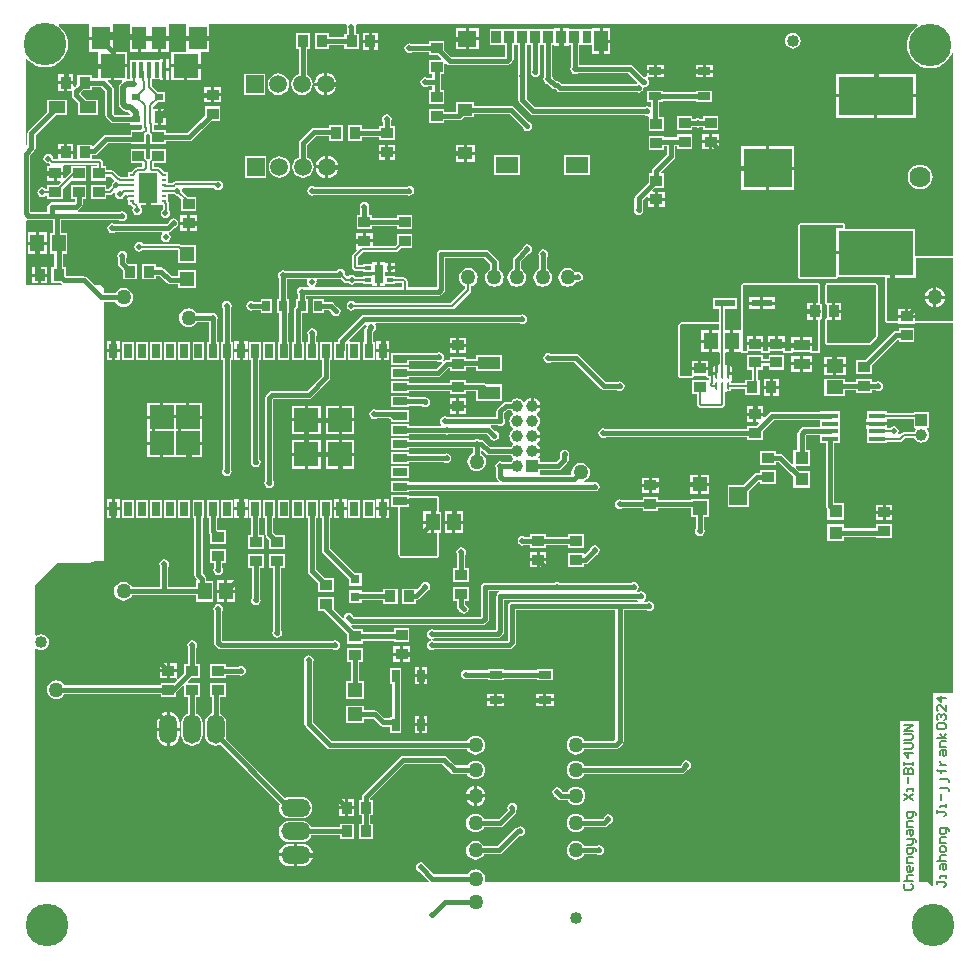
<source format=gtl>
G04*
G04 #@! TF.GenerationSoftware,Altium Limited,Altium Designer,21.1.1 (26)*
G04*
G04 Layer_Physical_Order=1*
G04 Layer_Color=255*
%FSLAX25Y25*%
%MOIN*%
G70*
G04*
G04 #@! TF.SameCoordinates,BA33E46C-C8C0-473A-8748-ADA81A7699FD*
G04*
G04*
G04 #@! TF.FilePolarity,Positive*
G04*
G01*
G75*
%ADD11C,0.01000*%
%ADD12C,0.02000*%
%ADD16C,0.00800*%
%ADD17C,0.00600*%
%ADD18C,0.00500*%
%ADD23R,0.02165X0.01378*%
%ADD25R,0.04134X0.02559*%
%ADD26R,0.03937X0.03543*%
%ADD27R,0.15984X0.12992*%
%ADD28R,0.25000X0.15000*%
%ADD29R,0.25000X0.12992*%
%ADD30C,0.05000*%
%ADD31R,0.04528X0.05709*%
%ADD32R,0.07874X0.07874*%
%ADD33R,0.04724X0.02756*%
%ADD34R,0.02756X0.04724*%
%ADD35R,0.03543X0.03937*%
%ADD36R,0.06890X0.02362*%
%ADD37R,0.04724X0.04724*%
%ADD38R,0.05906X0.06299*%
%ADD39R,0.04724X0.04724*%
%ADD40R,0.04331X0.04331*%
%ADD41R,0.05709X0.04528*%
%ADD42R,0.05315X0.03740*%
%ADD43R,0.02756X0.03543*%
%ADD44R,0.02559X0.04134*%
%ADD45R,0.01575X0.05315*%
%ADD46R,0.08268X0.07874*%
%ADD47R,0.06299X0.07480*%
%ADD48R,0.04724X0.07480*%
%ADD49R,0.05315X0.01772*%
G04:AMPARAMS|DCode=50|XSize=23.62mil|YSize=9.84mil|CornerRadius=2.46mil|HoleSize=0mil|Usage=FLASHONLY|Rotation=90.000|XOffset=0mil|YOffset=0mil|HoleType=Round|Shape=RoundedRectangle|*
%AMROUNDEDRECTD50*
21,1,0.02362,0.00492,0,0,90.0*
21,1,0.01870,0.00984,0,0,90.0*
1,1,0.00492,0.00246,0.00935*
1,1,0.00492,0.00246,-0.00935*
1,1,0.00492,-0.00246,-0.00935*
1,1,0.00492,-0.00246,0.00935*
%
%ADD50ROUNDEDRECTD50*%
G04:AMPARAMS|DCode=51|XSize=39.37mil|YSize=7.87mil|CornerRadius=1.97mil|HoleSize=0mil|Usage=FLASHONLY|Rotation=90.000|XOffset=0mil|YOffset=0mil|HoleType=Round|Shape=RoundedRectangle|*
%AMROUNDEDRECTD51*
21,1,0.03937,0.00394,0,0,90.0*
21,1,0.03543,0.00787,0,0,90.0*
1,1,0.00394,0.00197,0.01772*
1,1,0.00394,0.00197,-0.01772*
1,1,0.00394,-0.00197,-0.01772*
1,1,0.00394,-0.00197,0.01772*
%
%ADD51ROUNDEDRECTD51*%
%ADD52R,0.06299X0.09843*%
%ADD53R,0.01575X0.00984*%
%ADD54R,0.05512X0.03937*%
%ADD55R,0.07480X0.04331*%
%ADD56R,0.03150X0.03150*%
%ADD57R,0.02756X0.02362*%
%ADD58R,0.02756X0.03937*%
%ADD59R,0.07480X0.05315*%
%ADD60R,0.04724X0.03937*%
%ADD61R,0.06102X0.05315*%
%ADD62R,0.03347X0.04331*%
%ADD63R,0.02953X0.04331*%
%ADD64R,0.04606X0.07087*%
%ADD67R,0.02756X0.06299*%
%ADD105R,0.03937X0.03937*%
%ADD106C,0.03937*%
%ADD107C,0.07008*%
%ADD116C,0.04000*%
%ADD117C,0.01500*%
%ADD118C,0.03960*%
%ADD119R,0.03960X0.03960*%
%ADD120O,0.09843X0.05906*%
%ADD121O,0.05906X0.09843*%
%ADD122C,0.05906*%
%ADD123R,0.05906X0.05906*%
%ADD124C,0.14173*%
%ADD125C,0.02000*%
G36*
X300163Y309515D02*
X299989Y309422D01*
X298818Y308461D01*
X297858Y307291D01*
X297144Y305956D01*
X296705Y304507D01*
X296556Y303000D01*
X296705Y301493D01*
X297144Y300044D01*
X297858Y298709D01*
X298818Y297538D01*
X299989Y296578D01*
X301324Y295864D01*
X302773Y295425D01*
X304280Y295276D01*
X305787Y295425D01*
X307236Y295864D01*
X308571Y296578D01*
X309741Y297538D01*
X310702Y298709D01*
X311416Y300044D01*
X311500Y300322D01*
X312000Y300248D01*
Y232649D01*
X299481D01*
X299281Y232783D01*
Y241840D01*
X276080D01*
X275946Y242040D01*
Y243000D01*
X275756Y243459D01*
X275297Y243649D01*
X260917Y243649D01*
X260458Y243459D01*
X260268Y243000D01*
Y225736D01*
X260458Y225277D01*
X260917Y225087D01*
X272881Y225087D01*
X273340Y225277D01*
X273491Y225640D01*
X289217D01*
X289351Y225440D01*
Y211000D01*
X289541Y210541D01*
X290000Y210351D01*
X293688D01*
X293697Y210354D01*
X293888Y210227D01*
Y210227D01*
X299025D01*
Y210227D01*
X299216Y210354D01*
X299225Y210351D01*
X312000D01*
Y87321D01*
X311600Y87080D01*
X305401D01*
Y22924D01*
X304901Y22717D01*
X303618Y24000D01*
X300600D01*
Y77582D01*
X294401D01*
Y24000D01*
X156086D01*
X155791Y24500D01*
X155883Y25197D01*
X155776Y26006D01*
X155464Y26760D01*
X154967Y27408D01*
X154319Y27905D01*
X153565Y28217D01*
X152756Y28324D01*
X151947Y28217D01*
X151192Y27905D01*
X150545Y27408D01*
X150048Y26760D01*
X149971Y26573D01*
X138920D01*
X136100Y29394D01*
X136054Y29624D01*
X135701Y30154D01*
X135171Y30507D01*
X134547Y30631D01*
X133923Y30507D01*
X133394Y30154D01*
X133040Y29624D01*
X132916Y29000D01*
X133040Y28376D01*
X133394Y27847D01*
X133923Y27493D01*
X134154Y27447D01*
X137101Y24500D01*
X136893Y24000D01*
X6000D01*
Y101627D01*
X6500Y101874D01*
X6689Y101729D01*
X7321Y101467D01*
X8000Y101378D01*
X8679Y101467D01*
X9311Y101729D01*
X9854Y102146D01*
X10271Y102689D01*
X10533Y103321D01*
X10622Y104000D01*
X10533Y104679D01*
X10271Y105311D01*
X9854Y105854D01*
X9311Y106271D01*
X8679Y106533D01*
X8000Y106622D01*
X7321Y106533D01*
X6689Y106271D01*
X6500Y106126D01*
X6000Y106373D01*
Y123226D01*
X13251Y130476D01*
X24016D01*
X24072Y130488D01*
X24129Y130483D01*
X24479Y130522D01*
X24589Y130556D01*
X24702Y130572D01*
X25036Y130689D01*
X25134Y130747D01*
X25242Y130788D01*
X25540Y130975D01*
X25566Y131000D01*
X29000D01*
Y217521D01*
X32648D01*
X32725Y217334D01*
X33222Y216687D01*
X33870Y216190D01*
X34624Y215877D01*
X35433Y215771D01*
X36242Y215877D01*
X36996Y216190D01*
X37644Y216687D01*
X38141Y217334D01*
X38453Y218088D01*
X38560Y218898D01*
X38453Y219707D01*
X38141Y220461D01*
X37644Y221109D01*
X36996Y221605D01*
X36242Y221918D01*
X35433Y222024D01*
X34624Y221918D01*
X33870Y221605D01*
X33222Y221109D01*
X32725Y220461D01*
X32648Y220274D01*
X29000D01*
Y221873D01*
X27873Y223000D01*
X25717D01*
X23137Y225580D01*
X22691Y225878D01*
X22164Y225983D01*
X16151D01*
Y228946D01*
X15156D01*
Y233554D01*
X16643D01*
Y240462D01*
X14687D01*
Y244687D01*
X34017D01*
X34307Y244493D01*
X34931Y244369D01*
X35556Y244493D01*
X36085Y244847D01*
X36439Y245376D01*
X36563Y246000D01*
X36439Y246624D01*
X36085Y247153D01*
X35556Y247507D01*
X34931Y247631D01*
X34307Y247507D01*
X34206Y247439D01*
X20162D01*
X20113Y247939D01*
X20121Y247941D01*
X20567Y248239D01*
X21446Y249118D01*
X21744Y249565D01*
X21849Y250091D01*
Y251565D01*
X23041D01*
Y256309D01*
X17904D01*
Y251565D01*
X19096D01*
Y250661D01*
X19024Y250589D01*
X11440D01*
X10913Y250484D01*
X10467Y250186D01*
X10168Y249739D01*
X10063Y249213D01*
Y247439D01*
X4205D01*
X4132Y247512D01*
Y266279D01*
X5698Y267845D01*
X5996Y268291D01*
X6101Y268818D01*
Y273052D01*
X12764Y279715D01*
X16742D01*
Y284852D01*
X10030D01*
Y280874D01*
X3751Y274595D01*
X3453Y274149D01*
X3348Y273622D01*
Y269745D01*
X3256Y269684D01*
X2756Y269951D01*
Y298357D01*
X3256Y298536D01*
X3790Y297885D01*
X4961Y296924D01*
X6296Y296211D01*
X7745Y295771D01*
X9252Y295623D01*
X10759Y295771D01*
X12208Y296211D01*
X13543Y296924D01*
X14714Y297885D01*
X15674Y299055D01*
X16388Y300391D01*
X16827Y301840D01*
X16976Y303346D01*
X16827Y304853D01*
X16388Y306302D01*
X15674Y307638D01*
X14714Y308808D01*
X13870Y309500D01*
X14049Y310000D01*
X23401D01*
X23867Y309918D01*
X23867Y309500D01*
Y305878D01*
X31766D01*
Y309500D01*
X31766Y309918D01*
X32232Y310000D01*
X36983D01*
X37450Y309918D01*
X37450Y309500D01*
Y305878D01*
X40612D01*
Y305378D01*
X41112D01*
Y300838D01*
X43643D01*
X43774Y300838D01*
X44142D01*
X44274Y300838D01*
X46805D01*
Y305378D01*
X47305D01*
Y305878D01*
X50467D01*
Y309500D01*
X50467Y309918D01*
X50933Y310000D01*
X55684D01*
X56150Y309918D01*
X56150Y309500D01*
Y305878D01*
X64050D01*
Y309500D01*
X64050Y309918D01*
X64516Y310000D01*
X109547D01*
X109853Y309500D01*
X109764Y309055D01*
X109889Y308431D01*
X110019Y308235D01*
Y306878D01*
X109046D01*
Y305707D01*
X103946D01*
Y306899D01*
X99203D01*
Y301762D01*
X103946D01*
Y302954D01*
X109046D01*
Y301741D01*
X113789D01*
Y306878D01*
X112772D01*
Y308235D01*
X112903Y308431D01*
X113027Y309055D01*
X112938Y309500D01*
X113244Y310000D01*
X300041D01*
X300163Y309515D01*
D02*
G37*
G36*
X275297Y242040D02*
X272881D01*
Y234240D01*
X286181D01*
Y233240D01*
X272881D01*
Y225736D01*
X260917Y225736D01*
Y243000D01*
X275297Y243000D01*
Y242040D01*
D02*
G37*
G36*
X3635Y244687D02*
X11934D01*
Y240462D01*
X10916D01*
Y233554D01*
X12403D01*
Y228946D01*
X11408D01*
Y223810D01*
X14401D01*
X14578Y223633D01*
X14777Y223500D01*
X14625Y223000D01*
X2756D01*
Y244471D01*
X3256Y244762D01*
X3635Y244687D01*
D02*
G37*
G36*
X312000Y211000D02*
X299225D01*
Y212098D01*
X293688D01*
Y211000D01*
X290000D01*
Y225440D01*
X299481D01*
Y232000D01*
X312000D01*
Y211000D01*
D02*
G37*
%LPC*%
G36*
X194128Y308652D02*
X191525D01*
Y308452D01*
X183873D01*
Y308652D01*
X181900D01*
Y305687D01*
Y302722D01*
X183873D01*
Y302922D01*
X184624D01*
Y295820D01*
X184493Y295624D01*
X184369Y295000D01*
X184493Y294376D01*
X184846Y293847D01*
X185376Y293493D01*
X186000Y293369D01*
X186624Y293493D01*
X186820Y293623D01*
X203720D01*
X206617Y290727D01*
X206499Y290337D01*
X206419Y290218D01*
X206267Y290116D01*
X181439D01*
X180973Y290581D01*
X180527Y290880D01*
X180000Y290984D01*
X179660D01*
X178533Y292111D01*
X178507Y292240D01*
X178376Y292436D01*
Y302922D01*
X178926D01*
Y302722D01*
X180900D01*
Y305687D01*
Y308652D01*
X178926D01*
Y308452D01*
X157473D01*
Y302922D01*
X162700D01*
Y299087D01*
X162628Y299014D01*
X144665D01*
X142332Y301347D01*
Y304340D01*
X137195D01*
Y303345D01*
X131529D01*
X131333Y303476D01*
X130709Y303600D01*
X130084Y303476D01*
X129555Y303122D01*
X129201Y302593D01*
X129077Y301969D01*
X129201Y301344D01*
X129555Y300815D01*
X130084Y300461D01*
X130709Y300337D01*
X131333Y300461D01*
X131529Y300592D01*
X137195D01*
Y299597D01*
X140189D01*
X141283Y298503D01*
X141092Y298041D01*
X137195D01*
Y293298D01*
X138387D01*
Y292096D01*
X136807D01*
X136611Y292227D01*
X135987Y292351D01*
X135363Y292227D01*
X134833Y291874D01*
X134480Y291344D01*
X134356Y290720D01*
X134480Y290096D01*
X134833Y289566D01*
X135363Y289213D01*
X135987Y289089D01*
X136611Y289213D01*
X136807Y289344D01*
X138387D01*
Y288142D01*
X137195D01*
Y283399D01*
X142332D01*
Y288142D01*
X141140D01*
Y290720D01*
Y293298D01*
X142332D01*
Y296800D01*
X142794Y296991D01*
X143121Y296665D01*
X143121Y296665D01*
X143568Y296366D01*
X144095Y296261D01*
X163198D01*
X163725Y296366D01*
X164171Y296665D01*
X165050Y297543D01*
X165348Y297990D01*
X165453Y298517D01*
Y302922D01*
X167031D01*
Y293436D01*
X166900Y293240D01*
X166776Y292616D01*
X166900Y291992D01*
X167031Y291796D01*
Y284593D01*
X167136Y284066D01*
X167434Y283619D01*
X171027Y280027D01*
X171473Y279728D01*
X172000Y279624D01*
X209180D01*
X209376Y279493D01*
X210000Y279369D01*
X210018Y279372D01*
X210424Y278943D01*
Y274400D01*
X215561D01*
Y279143D01*
X214073D01*
Y284046D01*
X215364D01*
Y284549D01*
X226368D01*
Y284046D01*
X231702D01*
Y287805D01*
X226368D01*
Y287302D01*
X215364D01*
Y287805D01*
X210030D01*
Y284046D01*
X211320D01*
Y282643D01*
X210820Y282376D01*
X210624Y282507D01*
X210000Y282631D01*
X209376Y282507D01*
X209180Y282377D01*
X172570D01*
X169784Y285163D01*
Y291796D01*
X169915Y291992D01*
X170039Y292616D01*
X169915Y293240D01*
X169784Y293436D01*
Y302922D01*
X171362D01*
Y294746D01*
X171231Y294550D01*
X171107Y293926D01*
X171231Y293302D01*
X171585Y292772D01*
X172114Y292419D01*
X172738Y292294D01*
X173363Y292419D01*
X173892Y292772D01*
X174245Y293302D01*
X174370Y293926D01*
X174245Y294550D01*
X174115Y294746D01*
Y302922D01*
X175624D01*
Y292436D01*
X175493Y292240D01*
X175369Y291616D01*
X175493Y290992D01*
X175847Y290463D01*
X176376Y290109D01*
X176708Y290043D01*
X178116Y288635D01*
X178116Y288635D01*
X178563Y288336D01*
X179089Y288231D01*
X179089Y288231D01*
X179430D01*
X179895Y287766D01*
X180342Y287468D01*
X180869Y287363D01*
X180869Y287363D01*
X206267D01*
X206462Y287232D01*
X207087Y287108D01*
X207711Y287232D01*
X208240Y287586D01*
X208594Y288115D01*
X208718Y288739D01*
X209152Y289119D01*
X209624Y289213D01*
X210154Y289566D01*
X210507Y290096D01*
X210631Y290720D01*
X210507Y291344D01*
X210196Y291810D01*
X210268Y292077D01*
X210400Y292310D01*
X212197D01*
Y293890D01*
X209830D01*
Y292657D01*
X209821Y292639D01*
X209341Y292284D01*
X209000Y292351D01*
X208905Y292333D01*
X205264Y295973D01*
X204817Y296272D01*
X204291Y296376D01*
X187376D01*
Y302922D01*
X191525D01*
Y299966D01*
X194128D01*
Y304309D01*
Y308652D01*
D02*
G37*
G36*
X153912D02*
X150561D01*
Y305695D01*
X153912D01*
Y308652D01*
D02*
G37*
G36*
X149561D02*
X146210D01*
Y305695D01*
X149561D01*
Y308652D01*
D02*
G37*
G36*
X197731D02*
X195128D01*
Y304809D01*
X197731D01*
Y308652D01*
D02*
G37*
G36*
X120288Y307078D02*
X118217D01*
Y304809D01*
X120288D01*
Y307078D01*
D02*
G37*
G36*
X117217D02*
X115145D01*
Y304809D01*
X117217D01*
Y307078D01*
D02*
G37*
G36*
X258500Y307122D02*
X257821Y307033D01*
X257189Y306771D01*
X256646Y306354D01*
X256229Y305811D01*
X255967Y305179D01*
X255878Y304500D01*
X255967Y303821D01*
X256229Y303189D01*
X256646Y302646D01*
X257189Y302229D01*
X257821Y301967D01*
X258500Y301878D01*
X259179Y301967D01*
X259811Y302229D01*
X260354Y302646D01*
X260771Y303189D01*
X261033Y303821D01*
X261122Y304500D01*
X261033Y305179D01*
X260771Y305811D01*
X260354Y306354D01*
X259811Y306771D01*
X259179Y307033D01*
X258500Y307122D01*
D02*
G37*
G36*
X153912Y304695D02*
X150561D01*
Y301737D01*
X153912D01*
Y304695D01*
D02*
G37*
G36*
X149561D02*
X146210D01*
Y301737D01*
X149561D01*
Y304695D01*
D02*
G37*
G36*
X120288Y303809D02*
X118217D01*
Y301540D01*
X120288D01*
Y303809D01*
D02*
G37*
G36*
X117217D02*
X115145D01*
Y301540D01*
X117217D01*
Y303809D01*
D02*
G37*
G36*
X50467Y304878D02*
X47805D01*
Y300838D01*
X50467D01*
Y304878D01*
D02*
G37*
G36*
X40112D02*
X37450D01*
Y300838D01*
X40112D01*
Y304878D01*
D02*
G37*
G36*
X197731Y303809D02*
X195128D01*
Y299966D01*
X197731D01*
Y303809D01*
D02*
G37*
G36*
X64050Y304878D02*
X56150D01*
Y300863D01*
X51229D01*
Y296626D01*
X61097D01*
Y300838D01*
X64050D01*
Y304878D01*
D02*
G37*
G36*
X31766D02*
X23867D01*
Y300838D01*
X26820D01*
Y296626D01*
X36687D01*
Y300863D01*
X31766D01*
Y304878D01*
D02*
G37*
G36*
X50664Y298304D02*
X49576D01*
Y295346D01*
X50664D01*
Y298304D01*
D02*
G37*
G36*
X231902Y296469D02*
X229535D01*
Y294890D01*
X231902D01*
Y296469D01*
D02*
G37*
G36*
X228535D02*
X226168D01*
Y294890D01*
X228535D01*
Y296469D01*
D02*
G37*
G36*
X215564D02*
X213197D01*
Y294890D01*
X215564D01*
Y296469D01*
D02*
G37*
G36*
X212197D02*
X209830D01*
Y294890D01*
X212197D01*
Y296469D01*
D02*
G37*
G36*
X231902Y293890D02*
X229535D01*
Y292310D01*
X231902D01*
Y293890D01*
D02*
G37*
G36*
X228535D02*
X226168D01*
Y292310D01*
X228535D01*
Y293890D01*
D02*
G37*
G36*
X215564D02*
X213197D01*
Y292310D01*
X215564D01*
Y293890D01*
D02*
G37*
G36*
X48576Y298304D02*
X47489D01*
Y298104D01*
X37453D01*
Y291769D01*
X36687D01*
Y295626D01*
X32254D01*
Y291389D01*
X34809D01*
X35016Y290889D01*
X34247Y290120D01*
X33893Y289591D01*
X33769Y288966D01*
Y283378D01*
X33893Y282754D01*
X34247Y282224D01*
X35146Y281324D01*
X35676Y280971D01*
X36300Y280847D01*
X36904D01*
X37264Y280486D01*
X37473Y280072D01*
X37243Y279667D01*
X32635D01*
X32085Y280217D01*
Y288406D01*
X31980Y288933D01*
X31682Y289380D01*
X30135Y290927D01*
X30326Y291389D01*
X31254D01*
Y295626D01*
X26820D01*
Y291928D01*
X24813D01*
Y293120D01*
X20069D01*
Y289929D01*
X19689Y289549D01*
X19476Y289406D01*
X19175Y289106D01*
X18713Y289298D01*
Y290051D01*
X16642D01*
Y287783D01*
X18049D01*
X18217Y287578D01*
Y286312D01*
X18322Y285785D01*
X18620Y285338D01*
X20266Y283693D01*
Y279715D01*
X26978D01*
Y284852D01*
X23000D01*
X21235Y286617D01*
Y287272D01*
X21280Y287317D01*
X21493Y287460D01*
X22016Y287983D01*
X24813D01*
Y289175D01*
X27994D01*
X29332Y287836D01*
Y279647D01*
X29437Y279120D01*
X29735Y278674D01*
X31092Y277317D01*
X31092Y277317D01*
X31538Y277019D01*
X32065Y276914D01*
X37473D01*
Y276509D01*
X41429D01*
X41468Y276026D01*
Y275803D01*
X41546Y275413D01*
X41563Y275387D01*
X41389Y274863D01*
X41343Y274816D01*
X41169Y274699D01*
X37832D01*
Y273030D01*
X29528D01*
X29528Y273030D01*
X29001Y272925D01*
X28554Y272627D01*
X28554Y272627D01*
X25313Y269385D01*
X24813Y269592D01*
Y269891D01*
X20069D01*
Y265174D01*
X18713D01*
Y266823D01*
X16142D01*
X13570D01*
Y265174D01*
X12043D01*
X12005Y265220D01*
X11881Y265845D01*
X11528Y266374D01*
X10998Y266727D01*
X10374Y266852D01*
X9750Y266727D01*
X9220Y266374D01*
X8867Y265845D01*
X8743Y265220D01*
X8867Y264596D01*
X9220Y264067D01*
X9750Y263713D01*
X10374Y263589D01*
X10532Y263620D01*
X10719Y263433D01*
X10907Y263308D01*
X10755Y262808D01*
X9830D01*
Y260736D01*
X15367D01*
Y262635D01*
X15367Y262808D01*
X15732Y263135D01*
X26533D01*
Y262608D01*
X24597D01*
Y257865D01*
X29734D01*
Y259217D01*
X31216D01*
X32257Y258175D01*
X32169Y257556D01*
X31917Y257388D01*
X31564Y256859D01*
X31440Y256235D01*
X31471Y256077D01*
X30351Y254957D01*
X29734D01*
Y256309D01*
X24597D01*
Y251565D01*
X29734D01*
Y252917D01*
X30773D01*
X31163Y252995D01*
X31494Y253216D01*
X32228Y253950D01*
X32689Y253703D01*
X32595Y253232D01*
X32719Y252608D01*
X33073Y252078D01*
X33602Y251725D01*
X34226Y251601D01*
X34851Y251725D01*
X35380Y252078D01*
X35734Y252608D01*
X35803Y252955D01*
X36334Y253207D01*
X36583Y253075D01*
Y251399D01*
X36783D01*
Y249828D01*
X37826D01*
X37837Y249811D01*
X38705Y248942D01*
X38493Y248624D01*
X38369Y248000D01*
X38493Y247376D01*
X38846Y246847D01*
X39376Y246493D01*
X40000Y246369D01*
X40624Y246493D01*
X41153Y246847D01*
X41507Y247376D01*
X41631Y248000D01*
X41507Y248624D01*
X41171Y249128D01*
X41201Y249272D01*
X41344Y249628D01*
X42985D01*
Y255349D01*
X43985D01*
Y249628D01*
X47435D01*
Y249828D01*
X48450D01*
X48480Y249797D01*
Y248252D01*
X48246Y248095D01*
X47893Y247566D01*
X47769Y246942D01*
X47893Y246317D01*
X48246Y245788D01*
X48776Y245434D01*
X49400Y245310D01*
X50024Y245434D01*
X50554Y245788D01*
X50907Y246317D01*
X51031Y246942D01*
X50907Y247566D01*
X50554Y248095D01*
X50520Y248118D01*
Y250220D01*
X50442Y250610D01*
X50221Y250941D01*
X50187Y250974D01*
Y253443D01*
X52140D01*
X52229Y253309D01*
X52759Y252956D01*
X53383Y252832D01*
X53541Y252863D01*
X54518Y251886D01*
Y247628D01*
X59655D01*
Y252372D01*
X56916D01*
X54983Y254305D01*
X55014Y254463D01*
X54899Y255043D01*
X54915Y255169D01*
X55115Y255543D01*
X65467D01*
X65776Y255081D01*
X66305Y254728D01*
X66929Y254603D01*
X67553Y254728D01*
X68083Y255081D01*
X68436Y255610D01*
X68560Y256235D01*
X68436Y256859D01*
X68083Y257388D01*
X67553Y257742D01*
X66929Y257866D01*
X66305Y257742D01*
X66066Y257583D01*
X52513D01*
X52123Y257505D01*
X51792Y257284D01*
X51683Y257175D01*
X50187D01*
Y260870D01*
X48855D01*
X48429Y261296D01*
X48356Y261405D01*
X47770Y261991D01*
X47439Y262212D01*
X47049Y262290D01*
X45570D01*
Y263645D01*
X45627Y263657D01*
X49468D01*
Y268400D01*
X44331D01*
Y265400D01*
X44298Y265378D01*
X43975Y265055D01*
X43650Y264961D01*
X43325Y265055D01*
X43002Y265378D01*
X42968Y265400D01*
Y268400D01*
X37832D01*
Y263657D01*
X41673D01*
X41730Y263645D01*
Y262326D01*
X41694Y262290D01*
X39921D01*
X39531Y262212D01*
X39200Y261991D01*
X38614Y261405D01*
X38541Y261296D01*
X38116Y260870D01*
X36783D01*
Y259026D01*
X34691D01*
X34662Y259056D01*
X34331Y259277D01*
X33967Y259349D01*
X32359Y260957D01*
X32028Y261178D01*
X31638Y261256D01*
X29734D01*
Y262608D01*
X28573D01*
Y264154D01*
X28495Y264545D01*
X28274Y264875D01*
X27943Y265096D01*
X27553Y265174D01*
X24813D01*
Y266334D01*
X25584D01*
X26111Y266438D01*
X26557Y266737D01*
X30098Y270277D01*
X37832D01*
Y269956D01*
X42968D01*
Y273128D01*
X43044Y273178D01*
X43286Y273421D01*
X43834Y273445D01*
X43936Y273381D01*
X44331Y272986D01*
Y269956D01*
X49468D01*
Y270951D01*
X57235D01*
X57762Y271056D01*
X58208Y271354D01*
X64711Y277857D01*
X67704D01*
Y282600D01*
X62567D01*
Y279606D01*
X56665Y273704D01*
X49468D01*
Y274699D01*
X45627D01*
X45611Y274702D01*
Y276309D01*
X46825D01*
Y279078D01*
Y281846D01*
X45307D01*
Y282508D01*
X46789Y283990D01*
X49303D01*
Y287552D01*
X46789D01*
X44991Y289350D01*
Y291589D01*
X47489D01*
Y291389D01*
X48576D01*
Y294846D01*
Y298304D01*
D02*
G37*
G36*
X61097Y295626D02*
X56663D01*
Y291389D01*
X61097D01*
Y295626D01*
D02*
G37*
G36*
X55663D02*
X51229D01*
Y291389D01*
X55663D01*
Y295626D01*
D02*
G37*
G36*
X50664Y294346D02*
X49576D01*
Y291389D01*
X50664D01*
Y294346D01*
D02*
G37*
G36*
X18713Y293320D02*
X16642D01*
Y291051D01*
X18713D01*
Y293320D01*
D02*
G37*
G36*
X15642D02*
X13570D01*
Y291051D01*
X15642D01*
Y293320D01*
D02*
G37*
G36*
X103256Y293721D02*
Y290501D01*
X106475D01*
X106412Y290981D01*
X106034Y291894D01*
X105432Y292678D01*
X104648Y293280D01*
X103736Y293658D01*
X103256Y293721D01*
D02*
G37*
G36*
X102256D02*
X101776Y293658D01*
X100863Y293280D01*
X100079Y292678D01*
X99478Y291894D01*
X99100Y290981D01*
X99037Y290501D01*
X102256D01*
Y293721D01*
D02*
G37*
G36*
X15642Y290051D02*
X13570D01*
Y287783D01*
X15642D01*
Y290051D01*
D02*
G37*
G36*
X67904Y289099D02*
X65636D01*
Y287028D01*
X67904D01*
Y289099D01*
D02*
G37*
G36*
X64636D02*
X62367D01*
Y287028D01*
X64636D01*
Y289099D01*
D02*
G37*
G36*
X299481Y293359D02*
X286681D01*
Y286563D01*
X299481D01*
Y293359D01*
D02*
G37*
G36*
X285681D02*
X272881D01*
Y286563D01*
X285681D01*
Y293359D01*
D02*
G37*
G36*
X82687Y293554D02*
X75581D01*
Y286449D01*
X82687D01*
Y293554D01*
D02*
G37*
G36*
X97647Y306899D02*
X92904D01*
Y301762D01*
X93899D01*
Y293440D01*
X93090Y293105D01*
X92348Y292535D01*
X91779Y291793D01*
X91421Y290929D01*
X91299Y290002D01*
X91421Y289074D01*
X91779Y288210D01*
X92348Y287468D01*
X93090Y286898D01*
X93954Y286540D01*
X94882Y286418D01*
X95809Y286540D01*
X96674Y286898D01*
X97416Y287468D01*
X97985Y288210D01*
X98343Y289074D01*
X98465Y290002D01*
X98343Y290929D01*
X97985Y291793D01*
X97416Y292535D01*
X96674Y293105D01*
X96652Y293114D01*
Y301762D01*
X97647D01*
Y306899D01*
D02*
G37*
G36*
X87008Y293585D02*
X86080Y293463D01*
X85216Y293105D01*
X84474Y292535D01*
X83904Y291793D01*
X83547Y290929D01*
X83425Y290002D01*
X83547Y289074D01*
X83904Y288210D01*
X84474Y287468D01*
X85216Y286898D01*
X86080Y286540D01*
X87008Y286418D01*
X87935Y286540D01*
X88800Y286898D01*
X89542Y287468D01*
X90111Y288210D01*
X90469Y289074D01*
X90591Y290002D01*
X90469Y290929D01*
X90111Y291793D01*
X89542Y292535D01*
X88800Y293105D01*
X87935Y293463D01*
X87008Y293585D01*
D02*
G37*
G36*
X106475Y289502D02*
X103256D01*
Y286282D01*
X103736Y286345D01*
X104648Y286723D01*
X105432Y287325D01*
X106034Y288109D01*
X106412Y289022D01*
X106475Y289502D01*
D02*
G37*
G36*
X102256D02*
X99037D01*
X99100Y289022D01*
X99478Y288109D01*
X100079Y287325D01*
X100863Y286723D01*
X101776Y286345D01*
X102256Y286282D01*
Y289502D01*
D02*
G37*
G36*
X67904Y286028D02*
X65636D01*
Y283956D01*
X67904D01*
Y286028D01*
D02*
G37*
G36*
X64636D02*
X62367D01*
Y283956D01*
X64636D01*
Y286028D01*
D02*
G37*
G36*
X152334Y284043D02*
X146410D01*
Y280848D01*
X142332D01*
Y281843D01*
X137195D01*
Y277100D01*
X142332D01*
Y278095D01*
X147369D01*
X147896Y278200D01*
X148343Y278498D01*
X148750Y278906D01*
X152334D01*
Y280098D01*
X163963D01*
X168447Y275614D01*
X168493Y275383D01*
X168846Y274854D01*
X169376Y274500D01*
X170000Y274376D01*
X170624Y274500D01*
X171153Y274854D01*
X171507Y275383D01*
X171631Y276007D01*
X171507Y276631D01*
X171153Y277161D01*
X170624Y277514D01*
X170394Y277560D01*
X165506Y282448D01*
X165059Y282746D01*
X164533Y282851D01*
X152334D01*
Y284043D01*
D02*
G37*
G36*
X49503Y281846D02*
X47825D01*
Y279578D01*
X49503D01*
Y281846D01*
D02*
G37*
G36*
X299481Y285563D02*
X286681D01*
Y278767D01*
X299481D01*
Y285563D01*
D02*
G37*
G36*
X285681D02*
X272881D01*
Y278767D01*
X285681D01*
Y285563D01*
D02*
G37*
G36*
X233671Y279537D02*
X228534D01*
Y278542D01*
X227592D01*
X227396Y278673D01*
X226772Y278797D01*
X226147Y278673D01*
X225952Y278542D01*
X225009D01*
Y279537D01*
X219872D01*
Y274794D01*
X225009D01*
Y275789D01*
X225952D01*
X226147Y275658D01*
X226772Y275534D01*
X227396Y275658D01*
X227592Y275789D01*
X228534D01*
Y274794D01*
X233671D01*
Y279537D01*
D02*
G37*
G36*
X49503Y278578D02*
X47825D01*
Y276309D01*
X49503D01*
Y278578D01*
D02*
G37*
G36*
X123151Y279922D02*
X122527Y279798D01*
X121998Y279444D01*
X121644Y278915D01*
X121520Y278291D01*
X121644Y277666D01*
X121775Y277471D01*
Y275994D01*
X120660D01*
Y275076D01*
X114970D01*
Y276268D01*
X110227D01*
Y271131D01*
X114970D01*
Y272323D01*
X120660D01*
Y271250D01*
X125797D01*
Y275994D01*
X124528D01*
Y277471D01*
X124658Y277666D01*
X124783Y278291D01*
X124658Y278915D01*
X124305Y279444D01*
X123775Y279798D01*
X123151Y279922D01*
D02*
G37*
G36*
X225009Y273238D02*
X219872D01*
Y272243D01*
X215561D01*
Y272844D01*
X210424D01*
Y268101D01*
X215561D01*
Y269490D01*
X216537D01*
Y266483D01*
X212019Y261965D01*
X211720Y261519D01*
X211616Y260992D01*
Y260246D01*
X210424D01*
Y257252D01*
X206113Y252942D01*
X205815Y252495D01*
X205710Y251969D01*
Y248820D01*
X205579Y248624D01*
X205455Y248000D01*
X205579Y247376D01*
X205933Y246847D01*
X206462Y246493D01*
X207087Y246369D01*
X207711Y246493D01*
X208240Y246847D01*
X208594Y247376D01*
X208718Y248000D01*
X208594Y248624D01*
X208463Y248820D01*
Y251398D01*
X209762Y252697D01*
X210224Y252506D01*
Y252075D01*
X212492D01*
Y254147D01*
X211864D01*
X211673Y254608D01*
X212567Y255502D01*
X215561D01*
Y260246D01*
X214899D01*
X214692Y260746D01*
X218887Y264940D01*
X219185Y265387D01*
X219290Y265913D01*
Y269490D01*
X219872D01*
Y268495D01*
X225009D01*
Y273238D01*
D02*
G37*
G36*
X233871Y273438D02*
X231602D01*
Y271366D01*
X233871D01*
Y273438D01*
D02*
G37*
G36*
X230602D02*
X228334D01*
Y271366D01*
X230602D01*
Y273438D01*
D02*
G37*
G36*
X108671Y276268D02*
X103928D01*
Y275544D01*
X99000D01*
X98473Y275440D01*
X98027Y275141D01*
X94302Y271417D01*
X94004Y270970D01*
X93899Y270443D01*
Y265677D01*
X93484Y265505D01*
X92742Y264935D01*
X92172Y264193D01*
X91814Y263329D01*
X91692Y262402D01*
X91814Y261474D01*
X92172Y260610D01*
X92742Y259868D01*
X93484Y259298D01*
X94348Y258940D01*
X95276Y258818D01*
X96203Y258940D01*
X97067Y259298D01*
X97809Y259868D01*
X98379Y260610D01*
X98737Y261474D01*
X98859Y262402D01*
X98737Y263329D01*
X98379Y264193D01*
X97809Y264935D01*
X97067Y265505D01*
X96652Y265677D01*
Y269873D01*
X99570Y272791D01*
X103928D01*
Y271131D01*
X108671D01*
Y276268D01*
D02*
G37*
G36*
X233871Y270366D02*
X231602D01*
Y268295D01*
X233871D01*
Y270366D01*
D02*
G37*
G36*
X230602D02*
X228334D01*
Y268295D01*
X230602D01*
Y270366D01*
D02*
G37*
G36*
X125997Y269895D02*
X123728D01*
Y267823D01*
X125997D01*
Y269895D01*
D02*
G37*
G36*
X18713Y270091D02*
X16642D01*
Y267823D01*
X18713D01*
Y270091D01*
D02*
G37*
G36*
X15642D02*
X13570D01*
Y267823D01*
X15642D01*
Y270091D01*
D02*
G37*
G36*
X122728Y269895D02*
X120460D01*
Y267823D01*
X122728D01*
Y269895D01*
D02*
G37*
G36*
X152534Y269676D02*
X149872D01*
Y267407D01*
X152534D01*
Y269676D01*
D02*
G37*
G36*
X148872D02*
X146210D01*
Y267407D01*
X148872D01*
Y269676D01*
D02*
G37*
G36*
X125997Y266823D02*
X123728D01*
Y264751D01*
X125997D01*
Y266823D01*
D02*
G37*
G36*
X122728D02*
X120460D01*
Y264751D01*
X122728D01*
Y266823D01*
D02*
G37*
G36*
X152534Y266407D02*
X149872D01*
Y264139D01*
X152534D01*
Y266407D01*
D02*
G37*
G36*
X148872D02*
X146210D01*
Y264139D01*
X148872D01*
Y266407D01*
D02*
G37*
G36*
X103650Y266121D02*
Y262901D01*
X106869D01*
X106806Y263381D01*
X106428Y264294D01*
X105826Y265078D01*
X105042Y265680D01*
X104129Y266058D01*
X103650Y266121D01*
D02*
G37*
G36*
X102650D02*
X102170Y266058D01*
X101257Y265680D01*
X100473Y265078D01*
X99872Y264294D01*
X99493Y263381D01*
X99430Y262901D01*
X102650D01*
Y266121D01*
D02*
G37*
G36*
X258989Y269343D02*
X250697D01*
Y262547D01*
X258989D01*
Y269343D01*
D02*
G37*
G36*
X249697D02*
X241405D01*
Y262547D01*
X249697D01*
Y269343D01*
D02*
G37*
G36*
X190996Y266326D02*
X182315D01*
Y259811D01*
X190996D01*
Y266326D01*
D02*
G37*
G36*
X167492D02*
X158811D01*
Y259811D01*
X167492D01*
Y266326D01*
D02*
G37*
G36*
X83080Y265954D02*
X75975D01*
Y258849D01*
X83080D01*
Y265954D01*
D02*
G37*
G36*
X87402Y265985D02*
X86474Y265863D01*
X85610Y265505D01*
X84868Y264935D01*
X84298Y264193D01*
X83940Y263329D01*
X83818Y262402D01*
X83940Y261474D01*
X84298Y260610D01*
X84868Y259868D01*
X85610Y259298D01*
X86474Y258940D01*
X87402Y258818D01*
X88329Y258940D01*
X89193Y259298D01*
X89935Y259868D01*
X90505Y260610D01*
X90863Y261474D01*
X90985Y262402D01*
X90863Y263329D01*
X90505Y264193D01*
X89935Y264935D01*
X89193Y265505D01*
X88329Y265863D01*
X87402Y265985D01*
D02*
G37*
G36*
X102650Y261901D02*
X99430D01*
X99493Y261422D01*
X99872Y260509D01*
X100473Y259725D01*
X101257Y259123D01*
X102170Y258745D01*
X102650Y258682D01*
Y261901D01*
D02*
G37*
G36*
X106869D02*
X103650D01*
Y258682D01*
X104129Y258745D01*
X105042Y259123D01*
X105826Y259725D01*
X106428Y260509D01*
X106806Y261422D01*
X106869Y261901D01*
D02*
G37*
G36*
X23041Y262608D02*
X17904D01*
Y260684D01*
X15829Y258609D01*
X15367Y258801D01*
Y259736D01*
X13098D01*
Y257665D01*
X14231D01*
X14422Y257203D01*
X13528Y256309D01*
X10030D01*
Y254957D01*
X9511D01*
X9421Y255090D01*
X8892Y255444D01*
X8268Y255568D01*
X7643Y255444D01*
X7114Y255090D01*
X6761Y254561D01*
X6636Y253937D01*
X6761Y253313D01*
X7114Y252783D01*
X7643Y252430D01*
X8268Y252306D01*
X8892Y252430D01*
X9421Y252783D01*
X9511Y252917D01*
X10030D01*
Y251565D01*
X15167D01*
Y255064D01*
X17968Y257865D01*
X23041D01*
Y262608D01*
D02*
G37*
G36*
X12098Y259736D02*
X9830D01*
Y257665D01*
X12098D01*
Y259736D01*
D02*
G37*
G36*
X130709Y256094D02*
X130084Y255970D01*
X129889Y255839D01*
X99173D01*
X98977Y255970D01*
X98353Y256094D01*
X97729Y255970D01*
X97200Y255616D01*
X96846Y255087D01*
X96722Y254463D01*
X96846Y253839D01*
X97200Y253309D01*
X97729Y252956D01*
X98353Y252832D01*
X98977Y252956D01*
X99173Y253086D01*
X129889D01*
X130084Y252956D01*
X130709Y252832D01*
X131333Y252956D01*
X131862Y253309D01*
X132216Y253839D01*
X132340Y254463D01*
X132216Y255087D01*
X131862Y255616D01*
X131333Y255970D01*
X130709Y256094D01*
D02*
G37*
G36*
X300984Y263194D02*
X299913Y263053D01*
X298915Y262640D01*
X298057Y261982D01*
X297399Y261125D01*
X296986Y260126D01*
X296845Y259055D01*
X296986Y257984D01*
X297399Y256985D01*
X298057Y256128D01*
X298915Y255470D01*
X299913Y255057D01*
X300984Y254916D01*
X302056Y255057D01*
X303054Y255470D01*
X303911Y256128D01*
X304569Y256985D01*
X304982Y257984D01*
X305124Y259055D01*
X304982Y260126D01*
X304569Y261125D01*
X303911Y261982D01*
X303054Y262640D01*
X302056Y263053D01*
X300984Y263194D01*
D02*
G37*
G36*
X258989Y261547D02*
X250697D01*
Y254751D01*
X258989D01*
Y261547D01*
D02*
G37*
G36*
X249697D02*
X241405D01*
Y254751D01*
X249697D01*
Y261547D01*
D02*
G37*
G36*
X215761Y254147D02*
X213492D01*
Y252075D01*
X215761D01*
Y254147D01*
D02*
G37*
G36*
Y251075D02*
X213492D01*
Y249003D01*
X215761D01*
Y251075D01*
D02*
G37*
G36*
X212492D02*
X210224D01*
Y249003D01*
X212492D01*
Y251075D01*
D02*
G37*
G36*
X59855Y246272D02*
X57587D01*
Y244201D01*
X59855D01*
Y246272D01*
D02*
G37*
G36*
X56587D02*
X54318D01*
Y244201D01*
X56587D01*
Y246272D01*
D02*
G37*
G36*
X52105Y245332D02*
X51481Y245208D01*
X50951Y244854D01*
X50598Y244325D01*
X50572Y244196D01*
X49753Y243376D01*
X32458D01*
X32262Y243507D01*
X31638Y243631D01*
X31014Y243507D01*
X30484Y243154D01*
X30131Y242624D01*
X30007Y242000D01*
X30131Y241376D01*
X30484Y240846D01*
X31014Y240493D01*
X31638Y240369D01*
X32262Y240493D01*
X32458Y240623D01*
X48150D01*
X48292Y240285D01*
X48326Y240124D01*
X47993Y239624D01*
X47869Y239000D01*
X47993Y238376D01*
X48346Y237846D01*
X48876Y237493D01*
X49500Y237369D01*
X50124Y237493D01*
X50653Y237846D01*
X51007Y238376D01*
X51131Y239000D01*
X51007Y239624D01*
X50653Y240154D01*
X50624Y240174D01*
X50729Y240704D01*
X50850Y240728D01*
X51296Y241027D01*
X52397Y242128D01*
X52729Y242194D01*
X53259Y242547D01*
X53612Y243076D01*
X53736Y243701D01*
X53612Y244325D01*
X53259Y244854D01*
X52729Y245208D01*
X52105Y245332D01*
D02*
G37*
G36*
X115748Y250844D02*
X115124Y250720D01*
X114594Y250366D01*
X114241Y249837D01*
X114117Y249213D01*
X114241Y248588D01*
X114372Y248393D01*
Y246466D01*
X113180D01*
Y241723D01*
X118316D01*
Y242718D01*
X126565D01*
Y241723D01*
X131702D01*
Y246466D01*
X126565D01*
Y245471D01*
X118316D01*
Y246466D01*
X117124D01*
Y248393D01*
X117255Y248588D01*
X117379Y249213D01*
X117255Y249837D01*
X116902Y250366D01*
X116372Y250720D01*
X115748Y250844D01*
D02*
G37*
G36*
X59855Y243201D02*
X57587D01*
Y241129D01*
X59855D01*
Y243201D01*
D02*
G37*
G36*
X56587D02*
X54318D01*
Y241129D01*
X56587D01*
Y243201D01*
D02*
G37*
G36*
X118517Y240367D02*
X116248D01*
Y238295D01*
X118517D01*
Y240367D01*
D02*
G37*
G36*
X115248D02*
X112979D01*
Y238295D01*
X115248D01*
Y240367D01*
D02*
G37*
G36*
X131702Y240167D02*
X126565D01*
Y236669D01*
X125916Y236020D01*
X118517D01*
Y237295D01*
X115748D01*
X112979D01*
Y235224D01*
X112979D01*
X113156Y234798D01*
X111878Y233520D01*
X111656Y233189D01*
X111579Y232799D01*
Y229209D01*
X111656Y228819D01*
X111878Y228488D01*
X112346Y228019D01*
X112677Y227798D01*
X113067Y227721D01*
X115148D01*
Y227451D01*
X118295D01*
Y227272D01*
X119972D01*
Y230721D01*
X118295D01*
Y230029D01*
X115148D01*
Y229760D01*
X113618D01*
Y232377D01*
X115222Y233980D01*
X126339D01*
X126729Y234058D01*
X127059Y234279D01*
X128204Y235424D01*
X131702D01*
Y240167D01*
D02*
G37*
G36*
X40612Y237458D02*
X39987Y237334D01*
X39458Y236980D01*
X39105Y236451D01*
X38980Y235827D01*
X39105Y235203D01*
X39458Y234673D01*
X39987Y234320D01*
X40612Y234195D01*
X41236Y234320D01*
X41765Y234673D01*
X41855Y234807D01*
X53519D01*
X53538Y234788D01*
Y230306D01*
X59462D01*
Y236230D01*
X54980D01*
X54662Y236548D01*
X54331Y236769D01*
X53941Y236846D01*
X41855D01*
X41765Y236980D01*
X41236Y237334D01*
X40612Y237458D01*
D02*
G37*
G36*
X125997Y230229D02*
X124614D01*
Y229240D01*
X125997D01*
Y230229D01*
D02*
G37*
G36*
Y228240D02*
X124614D01*
Y227251D01*
X125997D01*
Y228240D01*
D02*
G37*
G36*
X34931Y234430D02*
X34307Y234306D01*
X33778Y233953D01*
X33424Y233423D01*
X33300Y232799D01*
X33424Y232175D01*
X33555Y231979D01*
Y230287D01*
X33660Y229760D01*
X33958Y229313D01*
X35287Y227984D01*
Y224991D01*
X40031D01*
Y230128D01*
X37037D01*
X36308Y230857D01*
Y231979D01*
X36439Y232175D01*
X36563Y232799D01*
X36439Y233423D01*
X36085Y233953D01*
X35556Y234306D01*
X34931Y234430D01*
D02*
G37*
G36*
X183465Y228717D02*
X182655Y228611D01*
X181901Y228298D01*
X181254Y227801D01*
X180757Y227154D01*
X180444Y226400D01*
X180338Y225590D01*
X180444Y224781D01*
X180757Y224027D01*
X181254Y223380D01*
X181901Y222883D01*
X182655Y222570D01*
X183465Y222464D01*
X184274Y222570D01*
X185028Y222883D01*
X185676Y223380D01*
X186172Y224027D01*
X186250Y224214D01*
X186451D01*
X187000Y224105D01*
X187624Y224229D01*
X188154Y224583D01*
X188507Y225112D01*
X188631Y225736D01*
X188507Y226361D01*
X188154Y226890D01*
X187624Y227243D01*
X187000Y227368D01*
X186376Y227243D01*
X186220Y227139D01*
X186172Y227154D01*
X185676Y227801D01*
X185028Y228298D01*
X184274Y228611D01*
X183465Y228717D01*
D02*
G37*
G36*
X175300Y234899D02*
X174676Y234775D01*
X174146Y234421D01*
X173793Y233892D01*
X173669Y233268D01*
X173793Y232643D01*
X173924Y232448D01*
Y228419D01*
X173634Y228298D01*
X172986Y227801D01*
X172489Y227154D01*
X172177Y226400D01*
X172070Y225590D01*
X172177Y224781D01*
X172489Y224027D01*
X172986Y223380D01*
X173634Y222883D01*
X174388Y222570D01*
X175197Y222464D01*
X176006Y222570D01*
X176760Y222883D01*
X177408Y223380D01*
X177905Y224027D01*
X178217Y224781D01*
X178324Y225590D01*
X178217Y226400D01*
X177905Y227154D01*
X177408Y227801D01*
X176760Y228298D01*
X176676Y228333D01*
Y232448D01*
X176807Y232643D01*
X176931Y233268D01*
X176807Y233892D01*
X176454Y234421D01*
X175924Y234775D01*
X175300Y234899D01*
D02*
G37*
G36*
X170000Y236631D02*
X169376Y236507D01*
X168846Y236154D01*
X168493Y235624D01*
X168447Y235394D01*
X165562Y232509D01*
X165264Y232062D01*
X165159Y231535D01*
Y228376D01*
X164972Y228298D01*
X164324Y227801D01*
X163828Y227154D01*
X163515Y226400D01*
X163409Y225590D01*
X163515Y224781D01*
X163828Y224027D01*
X164324Y223380D01*
X164972Y222883D01*
X165726Y222570D01*
X166535Y222464D01*
X167345Y222570D01*
X168099Y222883D01*
X168746Y223380D01*
X169243Y224027D01*
X169556Y224781D01*
X169662Y225590D01*
X169556Y226400D01*
X169243Y227154D01*
X168746Y227801D01*
X168099Y228298D01*
X167912Y228376D01*
Y230965D01*
X170394Y233447D01*
X170624Y233493D01*
X171153Y233846D01*
X171507Y234376D01*
X171631Y235000D01*
X171507Y235624D01*
X171153Y236154D01*
X170624Y236507D01*
X170000Y236631D01*
D02*
G37*
G36*
X156299Y234841D02*
X141339D01*
X140812Y234736D01*
X140365Y234438D01*
X140067Y233991D01*
X139962Y233465D01*
Y222315D01*
X139890Y222243D01*
X130153D01*
Y224335D01*
X130076Y224725D01*
X129855Y225056D01*
X129386Y225524D01*
X129055Y225745D01*
X128665Y225823D01*
X125797D01*
Y226092D01*
X122650D01*
Y227251D01*
X123614D01*
Y228740D01*
Y230229D01*
X122650D01*
Y230721D01*
X120972D01*
Y226772D01*
Y222822D01*
X122650D01*
Y223514D01*
X125797D01*
Y223784D01*
X128114D01*
Y222243D01*
X99464D01*
X99313Y222743D01*
X99360Y222774D01*
X99714Y223304D01*
X99838Y223928D01*
X99724Y224501D01*
X99752Y224642D01*
X99944Y225002D01*
X107181D01*
X107707Y225106D01*
X107802Y225169D01*
X107814Y225172D01*
X108903Y224082D01*
X109234Y223861D01*
X109624Y223784D01*
X110174D01*
X110264Y223650D01*
X110793Y223296D01*
X111417Y223172D01*
X112042Y223296D01*
X112571Y223650D01*
X112660Y223784D01*
X115148D01*
Y223514D01*
X118295D01*
Y222822D01*
X119972D01*
Y226272D01*
X118295D01*
Y226092D01*
X115148D01*
Y225823D01*
X112660D01*
X112571Y225957D01*
X112042Y226310D01*
X111417Y226434D01*
X110793Y226310D01*
X110264Y225957D01*
X109763Y226107D01*
X109255Y226614D01*
X109287Y226772D01*
X109163Y227396D01*
X108809Y227925D01*
X108280Y228279D01*
X107656Y228403D01*
X107031Y228279D01*
X106502Y227925D01*
X106388Y227754D01*
X89403D01*
X89207Y227885D01*
X88583Y228009D01*
X87958Y227885D01*
X87429Y227532D01*
X87076Y227002D01*
X86951Y226378D01*
X87076Y225754D01*
X87206Y225558D01*
Y218513D01*
X86605D01*
Y213770D01*
X87381D01*
Y204143D01*
X86780D01*
Y198219D01*
X90736D01*
Y204143D01*
X90134D01*
Y213770D01*
X90561D01*
Y218513D01*
X89959D01*
Y225002D01*
X96469D01*
X96662Y224642D01*
X96689Y224501D01*
X96575Y223928D01*
X96700Y223304D01*
X97053Y222774D01*
X97101Y222743D01*
X96949Y222243D01*
X95702D01*
X95506Y222373D01*
X94882Y222498D01*
X94258Y222373D01*
X93728Y222020D01*
X93375Y221490D01*
X93251Y220866D01*
X93375Y220242D01*
X93505Y220046D01*
Y218513D01*
X92904D01*
Y216110D01*
X92509Y215715D01*
X92211Y215269D01*
X92106Y214742D01*
Y204143D01*
X91504D01*
Y198219D01*
X95460D01*
Y204143D01*
X94859D01*
Y213770D01*
X96860D01*
Y218513D01*
X96258D01*
Y219490D01*
X128314D01*
X128510Y219359D01*
X129134Y219235D01*
X129758Y219359D01*
X129954Y219490D01*
X140460D01*
X140987Y219595D01*
X141433Y219893D01*
X142312Y220772D01*
X142610Y221218D01*
X142715Y221745D01*
Y232088D01*
X155729D01*
X157679Y230138D01*
Y228376D01*
X157492Y228298D01*
X156844Y227801D01*
X156347Y227154D01*
X156035Y226400D01*
X155928Y225590D01*
X156035Y224781D01*
X156347Y224027D01*
X156844Y223380D01*
X157492Y222883D01*
X158246Y222570D01*
X159055Y222464D01*
X159864Y222570D01*
X160618Y222883D01*
X161266Y223380D01*
X161763Y224027D01*
X162075Y224781D01*
X162182Y225590D01*
X162075Y226400D01*
X161763Y227154D01*
X161266Y227801D01*
X160618Y228298D01*
X160432Y228376D01*
Y230709D01*
X160432Y230709D01*
X160327Y231235D01*
X160028Y231682D01*
X160028Y231682D01*
X157273Y234438D01*
X156826Y234736D01*
X156299Y234841D01*
D02*
G37*
G36*
X46330Y230128D02*
X41587D01*
Y224991D01*
X46330D01*
Y226183D01*
X47440D01*
X49989Y223633D01*
X50436Y223335D01*
X50963Y223230D01*
X53538D01*
Y222038D01*
X59462D01*
Y227962D01*
X53538D01*
Y225983D01*
X51533D01*
X48983Y228532D01*
X48537Y228831D01*
X48010Y228936D01*
X46330D01*
Y230128D01*
D02*
G37*
G36*
X85049Y218513D02*
X81093D01*
Y217518D01*
X78773D01*
X78577Y217649D01*
X77953Y217773D01*
X77328Y217649D01*
X76799Y217295D01*
X76446Y216766D01*
X76321Y216142D01*
X76446Y215517D01*
X76799Y214988D01*
X77328Y214635D01*
X77953Y214510D01*
X78577Y214635D01*
X78773Y214765D01*
X81093D01*
Y213770D01*
X85049D01*
Y218513D01*
D02*
G37*
G36*
X150394Y228717D02*
X149584Y228611D01*
X148830Y228298D01*
X148183Y227801D01*
X147686Y227154D01*
X147373Y226400D01*
X147267Y225590D01*
X147373Y224781D01*
X147686Y224027D01*
X148183Y223380D01*
X148830Y222883D01*
X149374Y222657D01*
Y221912D01*
X144624Y217161D01*
X112639D01*
X112549Y217295D01*
X112020Y217649D01*
X111396Y217773D01*
X110771Y217649D01*
X110242Y217295D01*
X109889Y216766D01*
X109764Y216142D01*
X109889Y215517D01*
X110242Y214988D01*
X110771Y214635D01*
X111396Y214510D01*
X112020Y214635D01*
X112549Y214988D01*
X112639Y215122D01*
X145046D01*
X145436Y215200D01*
X145767Y215421D01*
X151115Y220768D01*
X151336Y221099D01*
X151413Y221489D01*
Y222657D01*
X151957Y222883D01*
X152605Y223380D01*
X153102Y224027D01*
X153414Y224781D01*
X153521Y225590D01*
X153414Y226400D01*
X153102Y227154D01*
X152605Y227801D01*
X151957Y228298D01*
X151203Y228611D01*
X150394Y228717D01*
D02*
G37*
G36*
X102372Y218513D02*
X98416D01*
Y213770D01*
X102372D01*
Y214765D01*
X103859D01*
X104636Y213988D01*
X104702Y213656D01*
X105056Y213127D01*
X105585Y212773D01*
X106209Y212649D01*
X106834Y212773D01*
X107363Y213127D01*
X107717Y213656D01*
X107841Y214280D01*
X107717Y214904D01*
X107363Y215434D01*
X106834Y215787D01*
X106704Y215813D01*
X105700Y216818D01*
X105501Y217115D01*
X105054Y217413D01*
X104528Y217518D01*
X102372D01*
Y218513D01*
D02*
G37*
G36*
X240069Y218781D02*
X231979D01*
Y215219D01*
X233980D01*
Y210649D01*
X221299D01*
X221299Y210649D01*
X221298Y210649D01*
X221069Y210554D01*
X220840Y210459D01*
X220840Y210459D01*
X220840Y210458D01*
X220486Y210104D01*
X220486Y210104D01*
X220486Y210104D01*
X220391Y209874D01*
X220297Y209645D01*
X220297Y209644D01*
X220297Y209644D01*
X220351Y192686D01*
X220446Y192457D01*
X220541Y192229D01*
X220542Y192228D01*
X220542Y192227D01*
X220772Y192133D01*
X221000Y192039D01*
X224791D01*
X225250Y192229D01*
X225440Y192688D01*
Y192888D01*
X229678D01*
Y192688D01*
X229868Y192229D01*
X230328Y192039D01*
X230555D01*
Y191508D01*
X230128Y191332D01*
Y191332D01*
X224991D01*
Y186589D01*
X226539D01*
Y183469D01*
X226617Y183078D01*
X226838Y182748D01*
X227307Y182279D01*
X227638Y182058D01*
X228028Y181980D01*
X234531D01*
X234922Y182058D01*
X235252Y182279D01*
X235721Y182748D01*
X235942Y183078D01*
X236020Y183469D01*
Y187286D01*
X236139Y187399D01*
X236520Y187613D01*
X236722Y187572D01*
X237215D01*
X237545Y187638D01*
X237825Y187825D01*
X238012Y188105D01*
X238060Y188350D01*
X242707D01*
Y186392D01*
X247450D01*
Y191529D01*
X246886D01*
Y194872D01*
X248435D01*
Y196224D01*
X250431D01*
Y194872D01*
X255569D01*
Y199616D01*
X250431D01*
Y198264D01*
X248435D01*
Y199616D01*
X243298D01*
Y194872D01*
X244847D01*
Y191529D01*
X242707D01*
Y190390D01*
X238060D01*
X238012Y190635D01*
X237984Y190676D01*
X237884Y191210D01*
X238104Y191540D01*
X238182Y191929D01*
Y193201D01*
X236968D01*
Y193701D01*
X236469D01*
Y196429D01*
X236418Y196418D01*
X236368Y196421D01*
X235918Y196702D01*
Y200146D01*
X236370Y200629D01*
X237689D01*
Y204283D01*
Y207938D01*
X236020D01*
Y215219D01*
X240069D01*
Y218781D01*
D02*
G37*
G36*
X168407Y213344D02*
X167783Y213220D01*
X167588Y213089D01*
X115713D01*
X115186Y212984D01*
X114739Y212686D01*
X107310Y205257D01*
X107012Y204810D01*
X106907Y204283D01*
Y204143D01*
X105677D01*
Y198219D01*
X109633D01*
Y201676D01*
X109660Y201809D01*
Y203544D01*
X109902Y203730D01*
X110402Y203489D01*
Y198219D01*
X114358D01*
Y204143D01*
X110797D01*
X110590Y204643D01*
X115995Y210048D01*
X116196Y210018D01*
X116363Y209782D01*
X116483Y209470D01*
X116459Y209350D01*
X116131Y209022D01*
X115833Y208576D01*
X115728Y208049D01*
Y204143D01*
X115126D01*
Y198219D01*
X119082D01*
Y204143D01*
X118481D01*
Y207419D01*
X118636Y207450D01*
X119165Y207803D01*
X119519Y208332D01*
X119643Y208957D01*
X119519Y209581D01*
X119349Y209836D01*
X119616Y210336D01*
X167588D01*
X167783Y210205D01*
X168407Y210081D01*
X169032Y210205D01*
X169561Y210559D01*
X169915Y211088D01*
X170039Y211713D01*
X169915Y212337D01*
X169561Y212866D01*
X169032Y213220D01*
X168407Y213344D01*
D02*
G37*
G36*
X299025Y208671D02*
X293888D01*
Y207676D01*
X292913D01*
X292387Y207571D01*
X291940Y207273D01*
X282709Y198041D01*
X279715D01*
Y193298D01*
X284852D01*
Y196291D01*
X293388Y204827D01*
X293888Y204693D01*
Y203928D01*
X299025D01*
Y208671D01*
D02*
G37*
G36*
X149619Y205524D02*
X147350D01*
Y203453D01*
X149619D01*
Y205524D01*
D02*
G37*
G36*
X146350D02*
X144082D01*
Y203453D01*
X146350D01*
Y205524D01*
D02*
G37*
G36*
X286181Y223649D02*
X270000D01*
X269860Y223592D01*
X269712Y223581D01*
X269710Y223581D01*
X269639Y223500D01*
X269541Y223459D01*
X269483Y223320D01*
X269384Y223205D01*
X269384Y223203D01*
X269391Y223099D01*
X269351Y223000D01*
Y217000D01*
X269541Y216541D01*
X269778Y216442D01*
Y212020D01*
X269541Y211922D01*
X269351Y211463D01*
Y203650D01*
X269541Y203190D01*
X270000Y203000D01*
X283925D01*
X284384Y203190D01*
X286640Y205446D01*
X286830Y205906D01*
Y223000D01*
X286640Y223459D01*
X286181Y223649D01*
D02*
G37*
G36*
X34243Y204343D02*
X32565D01*
Y201681D01*
X34243D01*
Y204343D01*
D02*
G37*
G36*
X76763D02*
X75085D01*
Y201681D01*
X76763D01*
Y204343D01*
D02*
G37*
G36*
X124007D02*
X122329D01*
Y201681D01*
X124007D01*
Y204343D01*
D02*
G37*
G36*
X121329D02*
X119651D01*
Y201681D01*
X121329D01*
Y204343D01*
D02*
G37*
G36*
X31565D02*
X29887D01*
Y201681D01*
X31565D01*
Y204343D01*
D02*
G37*
G36*
X74085D02*
X72407D01*
Y201681D01*
X74085D01*
Y204343D01*
D02*
G37*
G36*
X149619Y202453D02*
X147350D01*
Y200381D01*
X149619D01*
Y202453D01*
D02*
G37*
G36*
X146350D02*
X144082D01*
Y200381D01*
X146350D01*
Y202453D01*
D02*
G37*
G36*
X140645Y200631D02*
X140020Y200507D01*
X139824Y200376D01*
X130464D01*
Y200387D01*
X124540D01*
Y196432D01*
X130464D01*
Y197624D01*
X139824D01*
X140020Y197493D01*
X140645Y197369D01*
X141269Y197493D01*
X141398Y197579D01*
X141717Y197191D01*
X139587Y195062D01*
X130464D01*
Y195663D01*
X124540D01*
Y191707D01*
X130464D01*
Y192309D01*
X140157D01*
X140684Y192413D01*
X141131Y192712D01*
X143696Y195277D01*
X144282D01*
Y194282D01*
X149419D01*
Y195671D01*
X152770D01*
Y194282D01*
X161450D01*
Y199813D01*
X152770D01*
Y198424D01*
X149419D01*
Y199025D01*
X144282D01*
Y198030D01*
X143126D01*
X142599Y197925D01*
X142333Y197748D01*
X141973Y198108D01*
X142152Y198376D01*
X142276Y199000D01*
X142152Y199624D01*
X141798Y200153D01*
X141269Y200507D01*
X140645Y200631D01*
D02*
G37*
G36*
X267000Y223649D02*
X242000D01*
X241541Y223459D01*
X241351Y223000D01*
Y208397D01*
X241253Y207938D01*
X240851Y207938D01*
X238689D01*
Y204283D01*
Y200629D01*
X241079Y200629D01*
X241541Y200481D01*
X241669Y200428D01*
X242000Y200291D01*
X242611D01*
X242632Y200299D01*
X242653Y200292D01*
X243140Y200324D01*
X243345Y200425D01*
X243557Y200512D01*
X243565Y200533D01*
X243586Y200543D01*
X243659Y200760D01*
X243747Y200972D01*
Y201172D01*
X247985D01*
Y200972D01*
X248073Y200760D01*
X248147Y200543D01*
X248167Y200533D01*
X248175Y200512D01*
X248387Y200425D01*
X248593Y200324D01*
X249080Y200292D01*
X249101Y200299D01*
X249122Y200291D01*
X249745D01*
X249765Y200299D01*
X249787Y200292D01*
X250273Y200324D01*
X250479Y200425D01*
X250691Y200512D01*
X250699Y200533D01*
X250719Y200543D01*
X250793Y200760D01*
X250881Y200972D01*
Y201172D01*
X255119D01*
Y200972D01*
X255207Y200760D01*
X255280Y200543D01*
X255301Y200533D01*
X255309Y200512D01*
X255521Y200425D01*
X255727Y200324D01*
X256213Y200292D01*
X256235Y200299D01*
X256255Y200291D01*
X257960D01*
X258419Y200481D01*
X258501Y200679D01*
X264333D01*
X264416Y200481D01*
X264875Y200291D01*
X266925D01*
X267384Y200481D01*
X267459Y200556D01*
X267649Y201015D01*
Y203043D01*
Y211463D01*
X267783Y211663D01*
X268222D01*
Y214207D01*
X268227Y214231D01*
X268222Y214256D01*
Y216800D01*
X267783D01*
X267649Y217000D01*
Y223000D01*
X267459Y223459D01*
X267000Y223649D01*
D02*
G37*
G36*
X98353Y208631D02*
X97729Y208507D01*
X97200Y208154D01*
X96846Y207624D01*
X96722Y207000D01*
X96846Y206376D01*
X96977Y206180D01*
Y204143D01*
X96229D01*
Y198219D01*
X100185D01*
Y204143D01*
X99730D01*
Y206180D01*
X99860Y206376D01*
X99985Y207000D01*
X99860Y207624D01*
X99507Y208154D01*
X98977Y208507D01*
X98353Y208631D01*
D02*
G37*
G36*
X86011Y204143D02*
X82055D01*
Y198219D01*
X86011D01*
Y204143D01*
D02*
G37*
G36*
X57087Y215332D02*
X56277Y215225D01*
X55523Y214913D01*
X54876Y214416D01*
X54379Y213768D01*
X54066Y213014D01*
X53960Y212205D01*
X54066Y211396D01*
X54379Y210641D01*
X54876Y209994D01*
X55523Y209497D01*
X56277Y209185D01*
X57087Y209078D01*
X57896Y209185D01*
X58650Y209497D01*
X59298Y209994D01*
X59794Y210641D01*
X59872Y210828D01*
X63759D01*
Y204143D01*
X63158D01*
Y198219D01*
X67114D01*
Y204143D01*
X66512D01*
Y211385D01*
X66643Y211580D01*
X66767Y212205D01*
X66643Y212829D01*
X66289Y213358D01*
X65760Y213712D01*
X65136Y213836D01*
X64512Y213712D01*
X64316Y213581D01*
X59872D01*
X59794Y213768D01*
X59298Y214416D01*
X58650Y214913D01*
X57896Y215225D01*
X57087Y215332D01*
D02*
G37*
G36*
X62389Y204143D02*
X58434D01*
Y198219D01*
X62389D01*
Y204143D01*
D02*
G37*
G36*
X57665D02*
X53709D01*
Y198219D01*
X57665D01*
Y204143D01*
D02*
G37*
G36*
X52940D02*
X48985D01*
Y198219D01*
X52940D01*
Y204143D01*
D02*
G37*
G36*
X48216D02*
X44260D01*
Y198219D01*
X48216D01*
Y204143D01*
D02*
G37*
G36*
X43492D02*
X39536D01*
Y198219D01*
X43492D01*
Y204143D01*
D02*
G37*
G36*
X38767D02*
X34811D01*
Y198219D01*
X38767D01*
Y204143D01*
D02*
G37*
G36*
X124007Y200681D02*
X122329D01*
Y198019D01*
X124007D01*
Y200681D01*
D02*
G37*
G36*
X121329D02*
X119651D01*
Y198019D01*
X121329D01*
Y200681D01*
D02*
G37*
G36*
X76763D02*
X75085D01*
Y198019D01*
X76763D01*
Y200681D01*
D02*
G37*
G36*
X74085D02*
X72407D01*
Y198019D01*
X74085D01*
Y200681D01*
D02*
G37*
G36*
X34243D02*
X32565D01*
Y198019D01*
X34243D01*
Y200681D01*
D02*
G37*
G36*
X31565D02*
X29887D01*
Y198019D01*
X31565D01*
Y200681D01*
D02*
G37*
G36*
X264875Y199521D02*
X261917D01*
Y197350D01*
X264875D01*
Y199521D01*
D02*
G37*
G36*
X260917D02*
X257960D01*
Y197350D01*
X260917D01*
Y199521D01*
D02*
G37*
G36*
X276095Y199127D02*
X272941D01*
Y196563D01*
X276095D01*
Y199127D01*
D02*
G37*
G36*
X271941D02*
X268787D01*
Y196563D01*
X271941D01*
Y199127D01*
D02*
G37*
G36*
X237469Y196429D02*
Y194201D01*
X238182D01*
Y195472D01*
X238104Y195861D01*
X237884Y196191D01*
X237554Y196411D01*
X237469Y196429D01*
D02*
G37*
G36*
X264875Y196350D02*
X261917D01*
Y194180D01*
X264875D01*
Y196350D01*
D02*
G37*
G36*
X260917D02*
X257960D01*
Y194180D01*
X260917D01*
Y196350D01*
D02*
G37*
G36*
X276095Y195563D02*
X272941D01*
Y192999D01*
X276095D01*
Y195563D01*
D02*
G37*
G36*
X271941D02*
X268787D01*
Y192999D01*
X271941D01*
Y195563D01*
D02*
G37*
G36*
X149419Y191348D02*
X144282D01*
Y190337D01*
X130464D01*
Y190939D01*
X124540D01*
Y186983D01*
X130464D01*
Y187584D01*
X144282D01*
Y186605D01*
X149419D01*
Y187600D01*
X152770D01*
Y184439D01*
X161450D01*
Y189970D01*
X156281D01*
X155865Y190248D01*
X155339Y190353D01*
X149419D01*
Y191348D01*
D02*
G37*
G36*
X253950Y191729D02*
X251878D01*
Y189461D01*
X253950D01*
Y191729D01*
D02*
G37*
G36*
X250878D02*
X248806D01*
Y189461D01*
X250878D01*
Y189994D01*
Y191729D01*
D02*
G37*
G36*
X275895Y191840D02*
X268987D01*
Y186113D01*
X275895D01*
Y187994D01*
X279715D01*
Y186998D01*
X284852D01*
Y187994D01*
X286180D01*
X286376Y187863D01*
X287000Y187739D01*
X287624Y187863D01*
X288154Y188217D01*
X288507Y188746D01*
X288631Y189370D01*
X288507Y189994D01*
X288154Y190524D01*
X287624Y190877D01*
X287000Y191001D01*
X286376Y190877D01*
X286180Y190746D01*
X284852D01*
Y191742D01*
X279715D01*
Y190746D01*
X275895D01*
Y191840D01*
D02*
G37*
G36*
X177000Y200362D02*
X176376Y200238D01*
X175847Y199885D01*
X175493Y199355D01*
X175369Y198731D01*
X175493Y198107D01*
X175847Y197578D01*
X176376Y197224D01*
X177000Y197100D01*
X177624Y197224D01*
X177820Y197355D01*
X185697D01*
X194655Y188397D01*
X195101Y188098D01*
X195628Y187994D01*
X199968D01*
X200163Y187863D01*
X200787Y187739D01*
X201412Y187863D01*
X201941Y188216D01*
X202295Y188746D01*
X202419Y189370D01*
X202295Y189994D01*
X201941Y190524D01*
X201412Y190877D01*
X200787Y191001D01*
X200163Y190877D01*
X199968Y190746D01*
X196198D01*
X187240Y199704D01*
X186794Y200003D01*
X186267Y200108D01*
X177820D01*
X177624Y200238D01*
X177000Y200362D01*
D02*
G37*
G36*
X253950Y188461D02*
X251878D01*
Y186192D01*
X253950D01*
Y186796D01*
Y188461D01*
D02*
G37*
G36*
X250878D02*
X248806D01*
Y186192D01*
X250878D01*
Y188461D01*
D02*
G37*
G36*
X171153Y185415D02*
X170928Y185386D01*
X170252Y185106D01*
X169671Y184660D01*
X169327Y184212D01*
X169319Y184207D01*
X168872Y184168D01*
X168735Y184203D01*
X168494Y184517D01*
X167955Y184931D01*
X167327Y185191D01*
X166654Y185279D01*
X165980Y185191D01*
X165352Y184931D01*
X164813Y184517D01*
X164458Y184054D01*
X162793D01*
X162793Y184054D01*
X162266Y183949D01*
X161820Y183651D01*
X161820Y183650D01*
X160050Y181881D01*
X159752Y181435D01*
X159647Y180908D01*
Y179054D01*
X143339D01*
X143144Y179184D01*
X142519Y179308D01*
X141895Y179184D01*
X141366Y178831D01*
X141012Y178302D01*
X140888Y177677D01*
X141012Y177053D01*
X141272Y176664D01*
X141091Y176210D01*
X141051Y176164D01*
X130464D01*
Y176765D01*
X124540D01*
Y172809D01*
X130464D01*
Y173411D01*
X142274D01*
X142470Y173280D01*
X143095Y173156D01*
X143719Y173280D01*
X143914Y173411D01*
X156282D01*
X157445Y172247D01*
X157471Y172118D01*
X157825Y171589D01*
X158354Y171235D01*
X158978Y171111D01*
X159603Y171235D01*
X160132Y171589D01*
X160485Y172118D01*
X160610Y172742D01*
X160485Y173366D01*
X160132Y173896D01*
X159603Y174249D01*
X159271Y174315D01*
X157825Y175761D01*
X157765Y175801D01*
X157917Y176301D01*
X160204D01*
X160399Y176170D01*
X161024Y176046D01*
X161648Y176170D01*
X162177Y176524D01*
X162531Y177053D01*
X162655Y177677D01*
X162531Y178302D01*
X162400Y178497D01*
Y180338D01*
X163363Y181301D01*
X164458D01*
X164813Y180837D01*
X165311Y180455D01*
X165345Y180177D01*
X165311Y179899D01*
X164813Y179517D01*
X164400Y178978D01*
X164140Y178351D01*
X164051Y177677D01*
X164140Y177004D01*
X164400Y176376D01*
X164813Y175837D01*
X165311Y175455D01*
X165345Y175177D01*
X165311Y174899D01*
X164813Y174517D01*
X164400Y173978D01*
X164140Y173351D01*
X164051Y172677D01*
X164140Y172004D01*
X164400Y171376D01*
X164813Y170837D01*
X165311Y170455D01*
X165345Y170177D01*
X165311Y169899D01*
X164813Y169517D01*
X164458Y169054D01*
X157680D01*
X155698Y171036D01*
X155251Y171335D01*
X154724Y171439D01*
X153970D01*
X153774Y171570D01*
X153150Y171694D01*
X152525Y171570D01*
X152330Y171439D01*
X130464D01*
Y172041D01*
X124540D01*
Y168085D01*
X130464D01*
Y168686D01*
X151773D01*
Y167004D01*
X151586Y166926D01*
X150939Y166429D01*
X150442Y165782D01*
X150129Y165028D01*
X150023Y164218D01*
X150129Y163409D01*
X150442Y162655D01*
X150939Y162008D01*
X151586Y161511D01*
X152340Y161198D01*
X153150Y161092D01*
X153959Y161198D01*
X154713Y161511D01*
X155361Y162008D01*
X155857Y162655D01*
X156170Y163409D01*
X156276Y164218D01*
X156170Y165028D01*
X155857Y165782D01*
X155361Y166429D01*
X154713Y166926D01*
X154526Y167004D01*
Y167661D01*
X154988Y167853D01*
X156137Y166704D01*
X156583Y166405D01*
X157110Y166301D01*
X164458D01*
X164813Y165837D01*
X165311Y165455D01*
X165345Y165177D01*
X165311Y164899D01*
X164813Y164517D01*
X164458Y164054D01*
X161844D01*
X161648Y164184D01*
X161024Y164309D01*
X160399Y164184D01*
X159870Y163831D01*
X159517Y163302D01*
X159392Y162677D01*
X159517Y162053D01*
X159647Y161857D01*
Y159146D01*
X159752Y158620D01*
X160050Y158173D01*
X160457Y157766D01*
X160250Y157266D01*
X130464D01*
Y157868D01*
X124540D01*
Y153912D01*
X130464D01*
Y154513D01*
X191700D01*
X191895Y154383D01*
X192520Y154258D01*
X193144Y154383D01*
X193673Y154736D01*
X194027Y155265D01*
X194151Y155890D01*
X194027Y156514D01*
X193673Y157043D01*
X193144Y157397D01*
X192520Y157521D01*
X191895Y157397D01*
X191700Y157266D01*
X189120D01*
X189020Y157766D01*
X189359Y157906D01*
X190006Y158403D01*
X190503Y159051D01*
X190815Y159805D01*
X190922Y160614D01*
X190815Y161423D01*
X190503Y162178D01*
X190006Y162825D01*
X189359Y163322D01*
X188604Y163634D01*
X187795Y163741D01*
X186986Y163634D01*
X186232Y163322D01*
X185584Y162825D01*
X185087Y162178D01*
X184775Y161423D01*
X184669Y160614D01*
X184730Y160144D01*
X184335Y159644D01*
X174347D01*
X174234Y160097D01*
X174233D01*
Y161301D01*
X180224D01*
X180750Y161406D01*
X181197Y161704D01*
X183366Y163873D01*
X183366Y163873D01*
X183664Y164319D01*
X183769Y164846D01*
X183769Y164846D01*
Y165687D01*
X183957Y165969D01*
X184081Y166593D01*
X183957Y167217D01*
X183604Y167746D01*
X183074Y168100D01*
X182450Y168224D01*
X181826Y168100D01*
X181297Y167746D01*
X180943Y167217D01*
X180819Y166593D01*
X180943Y165969D01*
X181016Y165859D01*
Y165416D01*
X179654Y164054D01*
X174233D01*
Y165257D01*
X173803D01*
X173684Y165757D01*
X174082Y166275D01*
X174362Y166951D01*
X174392Y167177D01*
X171653D01*
Y168177D01*
X174392D01*
X174362Y168403D01*
X174082Y169079D01*
X173636Y169660D01*
X173373Y169862D01*
Y170492D01*
X173636Y170694D01*
X174082Y171275D01*
X174362Y171951D01*
X174392Y172177D01*
X171653D01*
Y173177D01*
X174392D01*
X174362Y173403D01*
X174082Y174079D01*
X173636Y174660D01*
X173188Y175004D01*
X173184Y175012D01*
X173145Y175459D01*
X173179Y175596D01*
X173494Y175837D01*
X173907Y176376D01*
X174167Y177004D01*
X174256Y177677D01*
X174167Y178351D01*
X173907Y178978D01*
X173494Y179517D01*
X173179Y179759D01*
X173145Y179895D01*
X173184Y180343D01*
X173188Y180351D01*
X173636Y180694D01*
X174082Y181275D01*
X174362Y181951D01*
X174392Y182177D01*
X171653D01*
Y182677D01*
X171153D01*
Y185415D01*
D02*
G37*
G36*
X172153D02*
Y183177D01*
X174392D01*
X174362Y183403D01*
X174082Y184079D01*
X173636Y184660D01*
X173056Y185106D01*
X172379Y185386D01*
X172153Y185415D01*
D02*
G37*
G36*
X149619Y185249D02*
X147350D01*
Y183177D01*
X149619D01*
Y185249D01*
D02*
G37*
G36*
X146350D02*
X144082D01*
Y183177D01*
X146350D01*
Y185249D01*
D02*
G37*
G36*
X130464Y186214D02*
X124540D01*
Y182258D01*
X130464D01*
Y182860D01*
X134838D01*
X134846Y182846D01*
X135376Y182493D01*
X136000Y182369D01*
X136624Y182493D01*
X137153Y182846D01*
X137507Y183376D01*
X137631Y184000D01*
X137507Y184624D01*
X137153Y185153D01*
X136624Y185507D01*
X136000Y185631D01*
X135835Y185599D01*
X135764Y185613D01*
X130464D01*
Y186214D01*
D02*
G37*
G36*
X248635Y182591D02*
X246366D01*
Y180520D01*
X248635D01*
Y182591D01*
D02*
G37*
G36*
X245366D02*
X243098D01*
Y180520D01*
X245366D01*
Y182591D01*
D02*
G37*
G36*
X149619Y182177D02*
X147350D01*
Y180105D01*
X149619D01*
Y182177D01*
D02*
G37*
G36*
X146350D02*
X144082D01*
Y180105D01*
X146350D01*
Y182177D01*
D02*
G37*
G36*
X61577Y183653D02*
X57341D01*
Y179416D01*
X61577D01*
Y183653D01*
D02*
G37*
G36*
X47608D02*
X43371D01*
Y179416D01*
X47608D01*
Y183653D01*
D02*
G37*
G36*
X274222Y180915D02*
X267707D01*
Y180806D01*
X255906D01*
X255906Y180806D01*
X251575D01*
X251048Y180701D01*
X250602Y180402D01*
X249097Y178898D01*
X248635Y179089D01*
Y179520D01*
X246366D01*
Y177448D01*
X246994D01*
X247185Y176986D01*
X246291Y176092D01*
X243298D01*
Y175097D01*
X196096D01*
X195900Y175228D01*
X195276Y175352D01*
X194651Y175228D01*
X194122Y174874D01*
X193768Y174345D01*
X193644Y173721D01*
X193768Y173096D01*
X194122Y172567D01*
X194651Y172213D01*
X195276Y172089D01*
X195900Y172213D01*
X196096Y172344D01*
X243298D01*
Y171349D01*
X248435D01*
Y174342D01*
X252145Y178053D01*
X255906D01*
X255906Y178053D01*
X267707D01*
Y175688D01*
X262205D01*
X262205Y175688D01*
X261678Y175583D01*
X261231Y175284D01*
X261231Y175284D01*
X260444Y174497D01*
X260146Y174050D01*
X260041Y173524D01*
Y168120D01*
X258652D01*
Y163633D01*
X258190Y163442D01*
X255304Y166328D01*
X254857Y166626D01*
X254331Y166731D01*
X252765D01*
Y167726D01*
X247628D01*
Y162983D01*
X252765D01*
Y163978D01*
X253761D01*
X258652Y159087D01*
Y155502D01*
X264183D01*
Y161033D01*
X260599D01*
X259505Y162127D01*
X259696Y162589D01*
X264183D01*
Y168120D01*
X262794D01*
Y172935D01*
X267707D01*
Y170266D01*
X269588D01*
Y149508D01*
X269693Y148981D01*
X269991Y148535D01*
X270069Y148457D01*
Y144872D01*
X275600D01*
Y150403D01*
X272341D01*
Y170266D01*
X274222D01*
Y172825D01*
Y175384D01*
Y177943D01*
Y180915D01*
D02*
G37*
G36*
X112337Y182842D02*
X108100D01*
Y178605D01*
X112337D01*
Y182842D01*
D02*
G37*
G36*
X101097D02*
X96860D01*
Y178605D01*
X101097D01*
Y182842D01*
D02*
G37*
G36*
X107100D02*
X102863D01*
Y178605D01*
X107100D01*
Y182842D01*
D02*
G37*
G36*
X95860D02*
X91623D01*
Y178605D01*
X95860D01*
Y182842D01*
D02*
G37*
G36*
X119000Y181631D02*
X118376Y181507D01*
X117847Y181154D01*
X117493Y180624D01*
X117369Y180000D01*
X117493Y179376D01*
X117847Y178847D01*
X118376Y178493D01*
X119000Y178369D01*
X119624Y178493D01*
X119820Y178624D01*
X124081D01*
X124166Y178539D01*
X124167Y178539D01*
X124540Y178289D01*
Y177534D01*
X130464D01*
Y181490D01*
X124540D01*
Y181376D01*
X119820D01*
X119624Y181507D01*
X119000Y181631D01*
D02*
G37*
G36*
X245366Y179520D02*
X243098D01*
Y177448D01*
X245366D01*
Y179520D01*
D02*
G37*
G36*
X112337Y177605D02*
X108100D01*
Y173368D01*
X112337D01*
Y177605D01*
D02*
G37*
G36*
X107100D02*
X102863D01*
Y173368D01*
X107100D01*
Y177605D01*
D02*
G37*
G36*
X101097D02*
X96860D01*
Y173368D01*
X101097D01*
Y177605D01*
D02*
G37*
G36*
X95860D02*
X91623D01*
Y173368D01*
X95860D01*
Y177605D01*
D02*
G37*
G36*
X289773Y180915D02*
X283258D01*
Y178556D01*
X283058D01*
Y177370D01*
X289973D01*
Y178410D01*
X298810D01*
Y175483D01*
X299404D01*
X299573Y174983D01*
X299546Y174962D01*
X299134Y174425D01*
X299020Y174150D01*
X295540D01*
X295150Y174072D01*
X294819Y173851D01*
X293988Y173020D01*
X293934Y173004D01*
X293801Y173038D01*
X293583Y173611D01*
X293633Y173687D01*
X293757Y174311D01*
X293633Y174935D01*
X293280Y175465D01*
X292750Y175818D01*
X292126Y175942D01*
X291502Y175818D01*
X290972Y175465D01*
X290883Y175331D01*
X289973D01*
Y176370D01*
X283058D01*
Y175184D01*
X283258D01*
Y170266D01*
X289773D01*
Y170732D01*
X294162D01*
X294552Y170810D01*
X294883Y171031D01*
X295963Y172110D01*
X299020D01*
X299134Y171835D01*
X299546Y171298D01*
X300083Y170886D01*
X300708Y170627D01*
X301378Y170539D01*
X302048Y170627D01*
X302673Y170886D01*
X303210Y171298D01*
X303622Y171835D01*
X303880Y172459D01*
X303969Y173130D01*
X303880Y173800D01*
X303622Y174425D01*
X303210Y174962D01*
X303183Y174983D01*
X303352Y175483D01*
X303946D01*
Y180620D01*
X298810D01*
Y180449D01*
X289773D01*
Y180915D01*
D02*
G37*
G36*
X112337Y171330D02*
X108100D01*
Y167093D01*
X112337D01*
Y171330D01*
D02*
G37*
G36*
X101097D02*
X96860D01*
Y167093D01*
X101097D01*
Y171330D01*
D02*
G37*
G36*
X107100D02*
X102863D01*
Y167093D01*
X107100D01*
Y171330D01*
D02*
G37*
G36*
X95860D02*
X91623D01*
Y167093D01*
X95860D01*
Y171330D01*
D02*
G37*
G36*
X61577Y169825D02*
X57341D01*
Y165588D01*
X61577D01*
Y169825D01*
D02*
G37*
G36*
X56340Y183653D02*
X48608D01*
Y178916D01*
X48108D01*
Y178416D01*
X43371D01*
Y174179D01*
Y170825D01*
X48108D01*
Y170325D01*
X48608D01*
Y165588D01*
X56340D01*
Y170325D01*
X56840D01*
Y170825D01*
X61577D01*
Y174179D01*
Y178416D01*
X56840D01*
Y178916D01*
X56340D01*
Y183653D01*
D02*
G37*
G36*
X47608Y169825D02*
X43371D01*
Y165588D01*
X47608D01*
Y169825D01*
D02*
G37*
G36*
X130464Y167316D02*
X124540D01*
Y163361D01*
X130464D01*
Y163978D01*
X142290D01*
X142486Y163847D01*
X143110Y163723D01*
X143735Y163847D01*
X144264Y164201D01*
X144617Y164730D01*
X144742Y165354D01*
X144617Y165979D01*
X144264Y166508D01*
X143735Y166861D01*
X143110Y166986D01*
X142486Y166861D01*
X142290Y166731D01*
X130464D01*
Y167316D01*
D02*
G37*
G36*
X81287Y204143D02*
X77331D01*
Y198219D01*
X77933D01*
Y164218D01*
X77936Y164201D01*
X77896Y164000D01*
X78020Y163376D01*
X78374Y162847D01*
X78903Y162493D01*
X79528Y162369D01*
X80152Y162493D01*
X80681Y162847D01*
X81035Y163376D01*
X81159Y164000D01*
X81035Y164624D01*
X80686Y165147D01*
Y198219D01*
X81287D01*
Y204143D01*
D02*
G37*
G36*
X112337Y166093D02*
X108100D01*
Y161856D01*
X112337D01*
Y166093D01*
D02*
G37*
G36*
X107100D02*
X102863D01*
Y161856D01*
X107100D01*
Y166093D01*
D02*
G37*
G36*
X101097D02*
X96860D01*
Y161856D01*
X101097D01*
Y166093D01*
D02*
G37*
G36*
X95860D02*
X91623D01*
Y161856D01*
X95860D01*
Y166093D01*
D02*
G37*
G36*
X252765Y161427D02*
X247628D01*
Y160432D01*
X246654D01*
X246654Y160432D01*
X246127Y160327D01*
X245680Y160028D01*
X242157Y156506D01*
X236802D01*
Y149006D01*
X243907D01*
Y154362D01*
X247128Y157583D01*
X247628Y157448D01*
Y156684D01*
X252765D01*
Y161427D01*
D02*
G37*
G36*
X69860Y217773D02*
X69236Y217649D01*
X68707Y217295D01*
X68353Y216766D01*
X68229Y216142D01*
X68353Y215517D01*
X68484Y215322D01*
Y204143D01*
X67882D01*
Y198219D01*
X68484D01*
Y161751D01*
X68353Y161555D01*
X68229Y160931D01*
X68353Y160307D01*
X68707Y159778D01*
X69236Y159424D01*
X69860Y159300D01*
X70485Y159424D01*
X71014Y159778D01*
X71367Y160307D01*
X71492Y160931D01*
X71367Y161555D01*
X71237Y161751D01*
Y198219D01*
X71838D01*
Y204143D01*
X71237D01*
Y215322D01*
X71367Y215517D01*
X71492Y216142D01*
X71367Y216766D01*
X71014Y217295D01*
X70485Y217649D01*
X69860Y217773D01*
D02*
G37*
G36*
X130464Y162592D02*
X124540D01*
Y158636D01*
X130464D01*
Y162592D01*
D02*
G37*
G36*
X230721Y159855D02*
X228059D01*
Y157193D01*
X230721D01*
Y159855D01*
D02*
G37*
G36*
X227059D02*
X224397D01*
Y157193D01*
X227059D01*
Y159855D01*
D02*
G37*
G36*
X213792Y158871D02*
X211524D01*
Y156799D01*
X213792D01*
Y158871D01*
D02*
G37*
G36*
X210524D02*
X208255D01*
Y156799D01*
X210524D01*
Y158871D01*
D02*
G37*
G36*
X104909Y204143D02*
X100953D01*
Y198219D01*
X101555D01*
Y192813D01*
X96550Y187808D01*
X84912D01*
X84385Y187703D01*
X83939Y187405D01*
X83060Y186526D01*
X82762Y186080D01*
X82657Y185553D01*
Y157820D01*
X82526Y157624D01*
X82402Y157000D01*
X82526Y156376D01*
X82880Y155847D01*
X83409Y155493D01*
X84034Y155369D01*
X84658Y155493D01*
X85187Y155847D01*
X85541Y156376D01*
X85665Y157000D01*
X85541Y157624D01*
X85410Y157820D01*
Y184983D01*
X85482Y185055D01*
X97120D01*
X97646Y185160D01*
X98093Y185458D01*
X103904Y191270D01*
X103904Y191270D01*
X104203Y191716D01*
X104307Y192243D01*
Y198219D01*
X104909D01*
Y204143D01*
D02*
G37*
G36*
X213792Y155799D02*
X211524D01*
Y153728D01*
X213792D01*
Y155799D01*
D02*
G37*
G36*
X210524D02*
X208255D01*
Y153728D01*
X210524D01*
Y155799D01*
D02*
G37*
G36*
X230721Y156193D02*
X228059D01*
Y153531D01*
X230721D01*
Y156193D01*
D02*
G37*
G36*
X227059D02*
X224397D01*
Y153531D01*
X227059D01*
Y156193D01*
D02*
G37*
G36*
X213592Y152372D02*
X208455D01*
Y151376D01*
X201607D01*
X201412Y151507D01*
X200787Y151631D01*
X200163Y151507D01*
X199634Y151154D01*
X199280Y150624D01*
X199156Y150000D01*
X199280Y149376D01*
X199634Y148846D01*
X200163Y148493D01*
X200787Y148369D01*
X201412Y148493D01*
X201607Y148624D01*
X208455D01*
Y147628D01*
X213592D01*
Y148624D01*
X224597D01*
Y145857D01*
X226183D01*
Y141765D01*
X226052Y141569D01*
X225928Y140945D01*
X226052Y140321D01*
X226406Y139791D01*
X226935Y139438D01*
X227559Y139313D01*
X228183Y139438D01*
X228713Y139791D01*
X229066Y140321D01*
X229190Y140945D01*
X229066Y141569D01*
X228936Y141765D01*
Y145857D01*
X230521D01*
Y151781D01*
X224597D01*
Y151376D01*
X213592D01*
Y152372D01*
D02*
G37*
G36*
X34243Y151587D02*
X32565D01*
Y148925D01*
X34243D01*
Y151587D01*
D02*
G37*
G36*
X109833D02*
X108156D01*
Y148925D01*
X109833D01*
Y151587D01*
D02*
G37*
G36*
X76763D02*
X75085D01*
Y148925D01*
X76763D01*
Y151587D01*
D02*
G37*
G36*
X124007D02*
X122329D01*
Y148925D01*
X124007D01*
Y151587D01*
D02*
G37*
G36*
X121329D02*
X119651D01*
Y148925D01*
X121329D01*
Y151587D01*
D02*
G37*
G36*
X31565D02*
X29887D01*
Y148925D01*
X31565D01*
Y151587D01*
D02*
G37*
G36*
X107156D02*
X105477D01*
Y148925D01*
X107156D01*
Y151587D01*
D02*
G37*
G36*
X74085D02*
X72407D01*
Y148925D01*
X74085D01*
Y151587D01*
D02*
G37*
G36*
X291745Y149816D02*
X289476D01*
Y147744D01*
X291745D01*
Y149816D01*
D02*
G37*
G36*
X288476D02*
X286208D01*
Y147744D01*
X288476D01*
Y149816D01*
D02*
G37*
G36*
X119082Y151387D02*
X115126D01*
Y145463D01*
X119082D01*
Y151387D01*
D02*
G37*
G36*
X114358D02*
X110402D01*
Y145463D01*
X114358D01*
Y151387D01*
D02*
G37*
G36*
X95460D02*
X91504D01*
Y145463D01*
X95460D01*
Y151387D01*
D02*
G37*
G36*
X90736D02*
X86780D01*
Y145463D01*
X90736D01*
Y151387D01*
D02*
G37*
G36*
X71838D02*
X67882D01*
Y145463D01*
X71838D01*
Y151387D01*
D02*
G37*
G36*
X57665D02*
X53709D01*
Y145463D01*
X57665D01*
Y151387D01*
D02*
G37*
G36*
X52940D02*
X48985D01*
Y145463D01*
X52940D01*
Y151387D01*
D02*
G37*
G36*
X48216D02*
X44260D01*
Y145463D01*
X48216D01*
Y151387D01*
D02*
G37*
G36*
X43492D02*
X39536D01*
Y145463D01*
X43492D01*
Y151387D01*
D02*
G37*
G36*
X38767D02*
X34811D01*
Y145463D01*
X38767D01*
Y151387D01*
D02*
G37*
G36*
X124007Y147925D02*
X122329D01*
Y145263D01*
X124007D01*
Y147925D01*
D02*
G37*
G36*
X121329D02*
X119651D01*
Y145263D01*
X121329D01*
Y147925D01*
D02*
G37*
G36*
X109833D02*
X108156D01*
Y145263D01*
X109833D01*
Y147925D01*
D02*
G37*
G36*
X107156D02*
X105477D01*
Y145263D01*
X107156D01*
Y147925D01*
D02*
G37*
G36*
X76763D02*
X75085D01*
Y145263D01*
X76763D01*
Y147925D01*
D02*
G37*
G36*
X74085D02*
X72407D01*
Y145263D01*
X74085D01*
Y147925D01*
D02*
G37*
G36*
X34243D02*
X32565D01*
Y145263D01*
X34243D01*
Y147925D01*
D02*
G37*
G36*
X31565D02*
X29887D01*
Y145263D01*
X31565D01*
Y147925D01*
D02*
G37*
G36*
X291745Y146744D02*
X289476D01*
Y144673D01*
X291745D01*
Y146744D01*
D02*
G37*
G36*
X288476D02*
X286208D01*
Y144673D01*
X288476D01*
Y146744D01*
D02*
G37*
G36*
X148607Y147654D02*
X146043D01*
Y144500D01*
X148607D01*
Y147654D01*
D02*
G37*
G36*
X145043D02*
X142480D01*
Y144500D01*
X145043D01*
Y147654D01*
D02*
G37*
G36*
X291545Y143316D02*
X286408D01*
Y141928D01*
X275600D01*
Y143316D01*
X270069D01*
Y137786D01*
X275600D01*
Y139175D01*
X286408D01*
Y138573D01*
X291545D01*
Y143316D01*
D02*
G37*
G36*
X148607Y143500D02*
X146043D01*
Y140346D01*
X148607D01*
Y143500D01*
D02*
G37*
G36*
X145043D02*
X142480D01*
Y140346D01*
X145043D01*
Y143500D01*
D02*
G37*
G36*
X188789Y140167D02*
X183652D01*
Y139172D01*
X176191D01*
Y140167D01*
X171054D01*
Y139172D01*
X169227D01*
X169032Y139302D01*
X168407Y139427D01*
X167783Y139302D01*
X167254Y138949D01*
X166900Y138420D01*
X166776Y137795D01*
X166900Y137171D01*
X167254Y136642D01*
X167783Y136288D01*
X168407Y136164D01*
X169032Y136288D01*
X169227Y136419D01*
X171054D01*
Y135424D01*
X176191D01*
Y136419D01*
X183652D01*
Y135424D01*
X188789D01*
Y140167D01*
D02*
G37*
G36*
X67114Y151387D02*
X63158D01*
Y145463D01*
X63759D01*
Y140943D01*
X63864Y140416D01*
X64162Y139970D01*
X64361Y139771D01*
Y136778D01*
X69498D01*
Y141521D01*
X66512D01*
Y145463D01*
X67114D01*
Y151387D01*
D02*
G37*
G36*
X86011D02*
X82055D01*
Y145463D01*
X82657D01*
Y139982D01*
X82762Y139455D01*
X83060Y139009D01*
X84046Y138023D01*
Y135030D01*
X89183D01*
Y139773D01*
X86189D01*
X85410Y140552D01*
Y145463D01*
X86011D01*
Y151387D01*
D02*
G37*
G36*
X81287D02*
X77331D01*
Y145463D01*
X77933D01*
Y139773D01*
X76959D01*
Y135030D01*
X82096D01*
Y139773D01*
X80686D01*
Y145463D01*
X81287D01*
Y151387D01*
D02*
G37*
G36*
X192520Y136299D02*
X191895Y136174D01*
X191366Y135821D01*
X191013Y135292D01*
X190967Y135061D01*
X189251Y133345D01*
X188789Y133537D01*
Y133868D01*
X183652D01*
Y129124D01*
X188789D01*
Y130120D01*
X189348D01*
X189875Y130224D01*
X190322Y130523D01*
X192913Y133114D01*
X193144Y133160D01*
X193673Y133514D01*
X194027Y134043D01*
X194151Y134667D01*
X194027Y135292D01*
X193673Y135821D01*
X193144Y136174D01*
X192520Y136299D01*
D02*
G37*
G36*
X130464Y153143D02*
X124540D01*
Y149187D01*
X126916D01*
X127049Y148987D01*
X127049Y133031D01*
X127099Y132912D01*
Y132783D01*
X127174Y132602D01*
X127265Y132510D01*
X127315Y132391D01*
X127434Y132342D01*
X127525Y132250D01*
X127655D01*
X127774Y132201D01*
X140000D01*
X140459Y132391D01*
X140649Y132850D01*
Y140346D01*
X140783Y140546D01*
X141321D01*
Y147454D01*
X140783D01*
X140649Y147654D01*
Y152000D01*
X140459Y152459D01*
X140000Y152649D01*
X130664D01*
X130464Y152783D01*
Y153143D01*
D02*
G37*
G36*
X176391Y134068D02*
X174122D01*
Y131996D01*
X176391D01*
Y134068D01*
D02*
G37*
G36*
X173122D02*
X170853D01*
Y131996D01*
X173122D01*
Y134068D01*
D02*
G37*
G36*
X176391Y130996D02*
X174122D01*
Y128924D01*
X176391D01*
Y130996D01*
D02*
G37*
G36*
X173122D02*
X170853D01*
Y128924D01*
X173122D01*
Y130996D01*
D02*
G37*
G36*
X69498Y135222D02*
X64361D01*
Y130479D01*
X65553D01*
Y128820D01*
X65422Y128624D01*
X65298Y128000D01*
X65422Y127376D01*
X65776Y126847D01*
X66305Y126493D01*
X66929Y126369D01*
X67553Y126493D01*
X68083Y126847D01*
X68436Y127376D01*
X68560Y128000D01*
X68436Y128624D01*
X68306Y128820D01*
Y130479D01*
X69498D01*
Y135222D01*
D02*
G37*
G36*
X148000Y135631D02*
X147376Y135507D01*
X146846Y135153D01*
X146493Y134624D01*
X146369Y134000D01*
X146493Y133376D01*
X146624Y133180D01*
Y128671D01*
X145303D01*
Y123928D01*
X150441D01*
Y128671D01*
X149376D01*
Y133180D01*
X149507Y133376D01*
X149631Y134000D01*
X149507Y134624D01*
X149153Y135153D01*
X148624Y135507D01*
X148000Y135631D01*
D02*
G37*
G36*
X205512Y124072D02*
X204888Y123948D01*
X204692Y123817D01*
X180820D01*
X180624Y123948D01*
X180000Y124072D01*
X179376Y123948D01*
X179180Y123817D01*
X155905D01*
X155379Y123713D01*
X154932Y123414D01*
X154634Y122968D01*
X154529Y122441D01*
Y112449D01*
X154457Y112376D01*
X112292D01*
X112070Y112598D01*
X112024Y112829D01*
X111670Y113358D01*
X111141Y113712D01*
X110517Y113836D01*
X109893Y113712D01*
X109363Y113358D01*
X109010Y112829D01*
X108897Y112261D01*
X108700Y112142D01*
X108408Y112042D01*
X105426Y115025D01*
Y119118D01*
X100289D01*
Y114374D01*
X102183D01*
X110030Y106527D01*
Y103534D01*
X115167D01*
Y104529D01*
X125524D01*
Y103928D01*
X130661D01*
Y108671D01*
X125524D01*
Y107282D01*
X115167D01*
Y108277D01*
X112173D01*
X111241Y109209D01*
X111487Y109670D01*
X111722Y109624D01*
X155027D01*
X155554Y109728D01*
X156000Y110027D01*
X156879Y110905D01*
X157177Y111352D01*
X157282Y111879D01*
Y121064D01*
X160455D01*
X160504Y120564D01*
X160497Y120563D01*
X160050Y120265D01*
X159752Y119818D01*
X159647Y119291D01*
Y108142D01*
X159575Y108069D01*
X139009D01*
X138813Y108200D01*
X138189Y108324D01*
X137565Y108200D01*
X137035Y107846D01*
X136682Y107317D01*
X136558Y106693D01*
X136682Y106069D01*
X137035Y105539D01*
X137565Y105186D01*
X137897Y105120D01*
X137989Y105101D01*
Y104592D01*
X137897Y104573D01*
X137565Y104507D01*
X137035Y104154D01*
X136682Y103624D01*
X136558Y103000D01*
X136682Y102376D01*
X137035Y101847D01*
X137565Y101493D01*
X138189Y101369D01*
X138813Y101493D01*
X139009Y101624D01*
X164000D01*
X164527Y101728D01*
X164973Y102027D01*
X165973Y103027D01*
X165973Y103027D01*
X166272Y103473D01*
X166376Y104000D01*
Y114624D01*
X199411D01*
Y71570D01*
X198902Y71061D01*
X189006D01*
X188928Y71248D01*
X188431Y71896D01*
X187784Y72393D01*
X187030Y72705D01*
X186221Y72812D01*
X185411Y72705D01*
X184657Y72393D01*
X184010Y71896D01*
X183513Y71248D01*
X183200Y70494D01*
X183094Y69685D01*
X183200Y68876D01*
X183513Y68122D01*
X184010Y67474D01*
X184657Y66977D01*
X185411Y66665D01*
X186221Y66558D01*
X187030Y66665D01*
X187784Y66977D01*
X188431Y67474D01*
X188928Y68122D01*
X189006Y68309D01*
X199472D01*
X199999Y68413D01*
X200446Y68712D01*
X201761Y70027D01*
X201761Y70027D01*
X202059Y70473D01*
X202164Y71000D01*
Y114624D01*
X209880D01*
X210076Y114493D01*
X210700Y114369D01*
X211324Y114493D01*
X211854Y114847D01*
X212207Y115376D01*
X212331Y116000D01*
X212207Y116624D01*
X211854Y117154D01*
X211324Y117507D01*
X210700Y117631D01*
X210076Y117507D01*
X209880Y117376D01*
X208914D01*
X208762Y117876D01*
X209154Y118138D01*
X209507Y118667D01*
X209631Y119291D01*
X209507Y119916D01*
X209154Y120445D01*
X208624Y120799D01*
X208000Y120923D01*
X207376Y120799D01*
X207180Y120668D01*
X206638D01*
X206486Y121168D01*
X206665Y121287D01*
X207019Y121817D01*
X207143Y122441D01*
X207019Y123065D01*
X206665Y123594D01*
X206136Y123948D01*
X205512Y124072D01*
D02*
G37*
G36*
X104909Y151387D02*
X100953D01*
Y145463D01*
X101555D01*
Y134667D01*
X101659Y134141D01*
X101958Y133694D01*
X110424Y125228D01*
Y122825D01*
X114773D01*
Y127175D01*
X112370D01*
X104307Y135238D01*
Y145463D01*
X104909D01*
Y151387D01*
D02*
G37*
G36*
X62389D02*
X58434D01*
Y145463D01*
X59035D01*
Y126333D01*
X59140Y125806D01*
X59438Y125360D01*
X59844Y124954D01*
X59637Y124454D01*
X59593D01*
Y122376D01*
X50321D01*
Y129125D01*
X50452Y129321D01*
X50576Y129945D01*
X50452Y130569D01*
X50098Y131098D01*
X49569Y131452D01*
X48945Y131576D01*
X48321Y131452D01*
X47791Y131098D01*
X47438Y130569D01*
X47313Y129945D01*
X47438Y129321D01*
X47568Y129125D01*
Y122376D01*
X38218D01*
X38141Y122563D01*
X37644Y123211D01*
X36996Y123708D01*
X36242Y124020D01*
X35433Y124127D01*
X34624Y124020D01*
X33870Y123708D01*
X33222Y123211D01*
X32725Y122563D01*
X32413Y121809D01*
X32306Y121000D01*
X32413Y120191D01*
X32725Y119437D01*
X33222Y118789D01*
X33870Y118292D01*
X34624Y117980D01*
X35433Y117873D01*
X36242Y117980D01*
X36996Y118292D01*
X37644Y118789D01*
X38141Y119437D01*
X38218Y119623D01*
X59593D01*
Y117546D01*
X65320D01*
Y124454D01*
X62895D01*
Y125226D01*
X62791Y125752D01*
X62492Y126199D01*
X62492Y126199D01*
X61788Y126903D01*
Y145463D01*
X62389D01*
Y151387D01*
D02*
G37*
G36*
X136000Y124072D02*
X135376Y123948D01*
X134846Y123594D01*
X134493Y123065D01*
X134447Y122835D01*
X133358Y121745D01*
X133080Y121860D01*
Y121860D01*
X128337D01*
Y116723D01*
X133080D01*
Y117961D01*
X133377Y118020D01*
X133824Y118318D01*
X136393Y120888D01*
X136624Y120934D01*
X137153Y121287D01*
X137507Y121817D01*
X137631Y122441D01*
X137507Y123065D01*
X137153Y123594D01*
X136624Y123948D01*
X136000Y124072D01*
D02*
G37*
G36*
X72607Y124654D02*
X70043D01*
Y121500D01*
X72607D01*
Y124654D01*
D02*
G37*
G36*
X69043D02*
X66479D01*
Y121500D01*
X69043D01*
Y124654D01*
D02*
G37*
G36*
X100185Y151387D02*
X96229D01*
Y145463D01*
X96830D01*
Y127696D01*
X96935Y127169D01*
X97233Y126722D01*
X100289Y123667D01*
Y120674D01*
X105426D01*
Y125417D01*
X102432D01*
X99583Y128266D01*
Y145463D01*
X100185D01*
Y151387D01*
D02*
G37*
G36*
X126781Y121860D02*
X122038D01*
Y120668D01*
X114773D01*
Y121269D01*
X110424D01*
Y116920D01*
X114773D01*
Y117915D01*
X122038D01*
Y116723D01*
X126781D01*
Y121860D01*
D02*
G37*
G36*
X72607Y120500D02*
X70043D01*
Y117346D01*
X72607D01*
Y120500D01*
D02*
G37*
G36*
X69043D02*
X66479D01*
Y117346D01*
X69043D01*
Y120500D01*
D02*
G37*
G36*
X82096Y133474D02*
X76959D01*
Y128731D01*
X78151D01*
Y118755D01*
X78020Y118559D01*
X77896Y117935D01*
X78020Y117311D01*
X78374Y116781D01*
X78903Y116428D01*
X79528Y116304D01*
X80152Y116428D01*
X80681Y116781D01*
X81035Y117311D01*
X81159Y117935D01*
X81035Y118559D01*
X80904Y118755D01*
Y128731D01*
X82096D01*
Y133474D01*
D02*
G37*
G36*
X150441Y122372D02*
X145303D01*
Y117628D01*
X146496D01*
Y115987D01*
X146600Y115460D01*
X146899Y115014D01*
X147235Y114677D01*
X147281Y114447D01*
X147635Y113917D01*
X148164Y113564D01*
X148788Y113440D01*
X149412Y113564D01*
X149942Y113917D01*
X150295Y114447D01*
X150419Y115071D01*
X150295Y115695D01*
X149942Y116224D01*
X149412Y116578D01*
X149249Y116611D01*
Y117628D01*
X150441D01*
Y122372D01*
D02*
G37*
G36*
X89183Y133474D02*
X84046D01*
Y128731D01*
X85238D01*
Y107906D01*
X85107Y107711D01*
X84983Y107087D01*
X85107Y106462D01*
X85461Y105933D01*
X85990Y105579D01*
X86614Y105455D01*
X87239Y105579D01*
X87768Y105933D01*
X88121Y106462D01*
X88245Y107087D01*
X88121Y107711D01*
X87991Y107906D01*
Y128731D01*
X89183D01*
Y133474D01*
D02*
G37*
G36*
X66929Y116702D02*
X66305Y116578D01*
X65776Y116224D01*
X65422Y115695D01*
X65298Y115071D01*
X65422Y114447D01*
X65553Y114251D01*
Y103879D01*
X65658Y103352D01*
X65956Y102905D01*
X66834Y102027D01*
X67281Y101728D01*
X67808Y101624D01*
X105180D01*
X105376Y101493D01*
X106000Y101369D01*
X106624Y101493D01*
X107153Y101847D01*
X107507Y102376D01*
X107631Y103000D01*
X107507Y103624D01*
X107153Y104154D01*
X106624Y104507D01*
X106000Y104631D01*
X105376Y104507D01*
X105180Y104376D01*
X68378D01*
X68306Y104449D01*
Y114251D01*
X68436Y114447D01*
X68560Y115071D01*
X68436Y115695D01*
X68083Y116224D01*
X67553Y116578D01*
X66929Y116702D01*
D02*
G37*
G36*
X130861Y102572D02*
X128593D01*
Y100500D01*
X130861D01*
Y102572D01*
D02*
G37*
G36*
X127593D02*
X125324D01*
Y100500D01*
X127593D01*
Y102572D01*
D02*
G37*
G36*
X130861Y99500D02*
X128593D01*
Y97428D01*
X130861D01*
Y99500D01*
D02*
G37*
G36*
X127593D02*
X125324D01*
Y97428D01*
X127593D01*
Y99500D01*
D02*
G37*
G36*
X53162Y97060D02*
X50894D01*
Y94988D01*
X53162D01*
Y97060D01*
D02*
G37*
G36*
X49894D02*
X47625D01*
Y94988D01*
X49894D01*
Y97060D01*
D02*
G37*
G36*
X178553Y95088D02*
X173219D01*
Y94585D01*
X162214D01*
Y95088D01*
X156880D01*
Y94585D01*
X150278D01*
X150083Y94716D01*
X149458Y94840D01*
X148834Y94716D01*
X148305Y94362D01*
X147951Y93833D01*
X147827Y93209D01*
X147951Y92584D01*
X148305Y92055D01*
X148834Y91702D01*
X149458Y91577D01*
X150083Y91702D01*
X150278Y91832D01*
X156880D01*
Y91329D01*
X162214D01*
Y91832D01*
X173219D01*
Y91329D01*
X178553D01*
Y95088D01*
D02*
G37*
G36*
X136627Y95682D02*
X135047D01*
Y93315D01*
X136627D01*
Y95682D01*
D02*
G37*
G36*
X134047D02*
X132468D01*
Y93315D01*
X134047D01*
Y95682D01*
D02*
G37*
G36*
X69498Y96860D02*
X64361D01*
Y92116D01*
X69498D01*
Y93112D01*
X73765D01*
X73960Y92981D01*
X74585Y92857D01*
X75209Y92981D01*
X75738Y93335D01*
X76092Y93864D01*
X76216Y94488D01*
X76092Y95113D01*
X75738Y95642D01*
X75209Y95995D01*
X74585Y96119D01*
X73960Y95995D01*
X73765Y95865D01*
X69498D01*
Y96860D01*
D02*
G37*
G36*
X49894Y93988D02*
X47625D01*
Y91917D01*
X49894D01*
Y93988D01*
D02*
G37*
G36*
X58268Y104631D02*
X57643Y104507D01*
X57114Y104154D01*
X56761Y103624D01*
X56636Y103000D01*
X56761Y102376D01*
X56891Y102180D01*
Y96860D01*
X55699D01*
Y93866D01*
X53601Y91768D01*
X53162Y92036D01*
X53162Y92367D01*
Y93988D01*
X50894D01*
Y91917D01*
X52678D01*
X53042Y91917D01*
X53311Y91478D01*
X52394Y90561D01*
X47825D01*
Y89565D01*
X15785D01*
X15708Y89752D01*
X15211Y90400D01*
X14563Y90897D01*
X13809Y91209D01*
X13000Y91316D01*
X12191Y91209D01*
X11437Y90897D01*
X10789Y90400D01*
X10292Y89752D01*
X9980Y88998D01*
X9873Y88189D01*
X9980Y87380D01*
X10292Y86626D01*
X10789Y85978D01*
X11437Y85481D01*
X12191Y85169D01*
X13000Y85062D01*
X13809Y85169D01*
X14563Y85481D01*
X15211Y85978D01*
X15708Y86626D01*
X15785Y86813D01*
X47825D01*
Y85817D01*
X52962D01*
Y87236D01*
X55237Y89511D01*
X55699Y89320D01*
Y85817D01*
X56891D01*
Y80244D01*
X56476Y80072D01*
X55734Y79502D01*
X55164Y78760D01*
X54806Y77896D01*
X54684Y76968D01*
Y73032D01*
X54806Y72104D01*
X55164Y71240D01*
X55734Y70498D01*
X56476Y69928D01*
X57340Y69570D01*
X58268Y69448D01*
X59195Y69570D01*
X60059Y69928D01*
X60802Y70498D01*
X61371Y71240D01*
X61729Y72104D01*
X61851Y73032D01*
Y76968D01*
X61729Y77896D01*
X61371Y78760D01*
X60802Y79502D01*
X60059Y80072D01*
X59644Y80244D01*
Y85817D01*
X60836D01*
Y90561D01*
X56940D01*
X56749Y91023D01*
X57843Y92116D01*
X60836D01*
Y96860D01*
X59644D01*
Y102180D01*
X59775Y102376D01*
X59899Y103000D01*
X59775Y103624D01*
X59421Y104154D01*
X58892Y104507D01*
X58268Y104631D01*
D02*
G37*
G36*
X136627Y92315D02*
X135047D01*
Y89948D01*
X136627D01*
Y92315D01*
D02*
G37*
G36*
X134047D02*
X132468D01*
Y89948D01*
X134047D01*
Y92315D01*
D02*
G37*
G36*
X178753Y86824D02*
X176386D01*
Y85244D01*
X178753D01*
Y86824D01*
D02*
G37*
G36*
X162414D02*
X160047D01*
Y85244D01*
X162414D01*
Y86824D01*
D02*
G37*
G36*
X175386D02*
X173019D01*
Y85244D01*
X175386D01*
Y86824D01*
D02*
G37*
G36*
X159047D02*
X156680D01*
Y85244D01*
X159047D01*
Y86824D01*
D02*
G37*
G36*
X115167Y101978D02*
X110030D01*
Y97235D01*
X111222D01*
Y91151D01*
X109636D01*
Y85227D01*
X115561D01*
Y91151D01*
X113975D01*
Y97235D01*
X115167D01*
Y101978D01*
D02*
G37*
G36*
X178753Y84244D02*
X176386D01*
Y82665D01*
X178753D01*
Y84244D01*
D02*
G37*
G36*
X175386D02*
X173019D01*
Y82665D01*
X175386D01*
Y84244D01*
D02*
G37*
G36*
X162414D02*
X160047D01*
Y82665D01*
X162414D01*
Y84244D01*
D02*
G37*
G36*
X159047D02*
X156680D01*
Y82665D01*
X159047D01*
Y84244D01*
D02*
G37*
G36*
X127962Y95482D02*
X124203D01*
Y90148D01*
X125062D01*
Y79143D01*
X124203D01*
Y78640D01*
X122399D01*
X120145Y80895D01*
X119698Y81193D01*
X119171Y81298D01*
X115561D01*
Y82884D01*
X109636D01*
Y76959D01*
X115561D01*
Y78545D01*
X118601D01*
X120855Y76291D01*
X120855Y76291D01*
X121302Y75992D01*
X121829Y75887D01*
X121829Y75887D01*
X124203D01*
Y73809D01*
X127962D01*
Y79143D01*
X127815D01*
Y90148D01*
X127962D01*
Y95482D01*
D02*
G37*
G36*
X136627Y79343D02*
X135047D01*
Y76976D01*
X136627D01*
Y79343D01*
D02*
G37*
G36*
X134047D02*
X132468D01*
Y76976D01*
X134047D01*
Y79343D01*
D02*
G37*
G36*
X50894Y80688D02*
Y75500D01*
X54179D01*
Y76968D01*
X54050Y77948D01*
X53672Y78861D01*
X53070Y79645D01*
X52286Y80247D01*
X51373Y80625D01*
X50894Y80688D01*
D02*
G37*
G36*
X49894D02*
X49414Y80625D01*
X48501Y80247D01*
X47717Y79645D01*
X47116Y78861D01*
X46738Y77948D01*
X46609Y76968D01*
Y75500D01*
X49894D01*
Y80688D01*
D02*
G37*
G36*
X136627Y75976D02*
X135047D01*
Y73610D01*
X136627D01*
Y75976D01*
D02*
G37*
G36*
X134047D02*
X132468D01*
Y73610D01*
X134047D01*
Y75976D01*
D02*
G37*
G36*
X49894Y74500D02*
X46609D01*
Y73032D01*
X46738Y72052D01*
X47116Y71139D01*
X47717Y70355D01*
X48501Y69753D01*
X49414Y69375D01*
X49894Y69312D01*
Y74500D01*
D02*
G37*
G36*
X54179D02*
X50894D01*
Y69312D01*
X51373Y69375D01*
X52286Y69753D01*
X53070Y70355D01*
X53672Y71139D01*
X54050Y72052D01*
X54179Y73032D01*
Y74500D01*
D02*
G37*
G36*
X97120Y99631D02*
X96495Y99507D01*
X95966Y99154D01*
X95613Y98624D01*
X95488Y98000D01*
X95613Y97376D01*
X95743Y97180D01*
Y76811D01*
X95848Y76285D01*
X96146Y75838D01*
X103273Y68712D01*
X103719Y68413D01*
X104246Y68309D01*
X104246Y68309D01*
X149971D01*
X150048Y68122D01*
X150545Y67474D01*
X151192Y66977D01*
X151947Y66665D01*
X152756Y66558D01*
X153565Y66665D01*
X154319Y66977D01*
X154967Y67474D01*
X155464Y68122D01*
X155776Y68876D01*
X155883Y69685D01*
X155776Y70494D01*
X155464Y71248D01*
X154967Y71896D01*
X154319Y72393D01*
X153565Y72705D01*
X152756Y72812D01*
X151947Y72705D01*
X151192Y72393D01*
X150545Y71896D01*
X150048Y71248D01*
X149971Y71061D01*
X104816D01*
X98496Y77381D01*
Y97180D01*
X98627Y97376D01*
X98751Y98000D01*
X98627Y98624D01*
X98273Y99154D01*
X97744Y99507D01*
X97120Y99631D01*
D02*
G37*
G36*
X223000Y64631D02*
X222376Y64507D01*
X221847Y64153D01*
X221493Y63624D01*
X221447Y63393D01*
X220847Y62794D01*
X189006D01*
X188928Y62981D01*
X188431Y63628D01*
X187784Y64125D01*
X187030Y64438D01*
X186221Y64544D01*
X185411Y64438D01*
X184657Y64125D01*
X184010Y63628D01*
X183513Y62981D01*
X183200Y62227D01*
X183094Y61417D01*
X183200Y60608D01*
X183513Y59854D01*
X184010Y59206D01*
X184657Y58710D01*
X185411Y58397D01*
X186221Y58291D01*
X187030Y58397D01*
X187784Y58710D01*
X188431Y59206D01*
X188928Y59854D01*
X189006Y60041D01*
X221417D01*
X221944Y60146D01*
X222391Y60444D01*
X223394Y61447D01*
X223624Y61493D01*
X224153Y61847D01*
X224507Y62376D01*
X224631Y63000D01*
X224507Y63624D01*
X224153Y64153D01*
X223624Y64507D01*
X223000Y64631D01*
D02*
G37*
G36*
X128457Y66224D02*
X127930Y66119D01*
X127484Y65821D01*
X115168Y53506D01*
X114870Y53059D01*
X114765Y52532D01*
Y51387D01*
X113770D01*
Y46250D01*
X114765D01*
Y43513D01*
X113770D01*
Y38376D01*
X118513D01*
Y43513D01*
X117518D01*
Y46250D01*
X118513D01*
Y51387D01*
X117518D01*
Y51962D01*
X129027Y63471D01*
X141739D01*
X143990Y61220D01*
X144036Y60989D01*
X144390Y60460D01*
X144919Y60106D01*
X145543Y59982D01*
X146168Y60106D01*
X146277Y60179D01*
X149913D01*
X150048Y59854D01*
X150545Y59206D01*
X151192Y58710D01*
X151947Y58397D01*
X152756Y58291D01*
X153565Y58397D01*
X154319Y58710D01*
X154967Y59206D01*
X155464Y59854D01*
X155776Y60608D01*
X155883Y61417D01*
X155776Y62227D01*
X155464Y62981D01*
X154967Y63628D01*
X154319Y64125D01*
X153565Y64438D01*
X152756Y64544D01*
X151947Y64438D01*
X151192Y64125D01*
X150545Y63628D01*
X150048Y62981D01*
X150028Y62932D01*
X146449D01*
X146168Y63121D01*
X145937Y63166D01*
X143282Y65821D01*
X142836Y66119D01*
X142309Y66224D01*
X128457D01*
X128457Y66224D01*
D02*
G37*
G36*
X186221Y55883D02*
X185411Y55776D01*
X184657Y55464D01*
X184010Y54967D01*
X183513Y54319D01*
X183435Y54132D01*
X181814D01*
X181553Y54394D01*
X181507Y54624D01*
X181154Y55154D01*
X180624Y55507D01*
X180000Y55631D01*
X179376Y55507D01*
X178847Y55154D01*
X178493Y54624D01*
X178369Y54000D01*
X178493Y53376D01*
X178847Y52846D01*
X179376Y52493D01*
X179606Y52447D01*
X180271Y51783D01*
X180717Y51484D01*
X181244Y51380D01*
X183435D01*
X183513Y51192D01*
X184010Y50545D01*
X184657Y50048D01*
X185411Y49736D01*
X186221Y49629D01*
X187030Y49736D01*
X187784Y50048D01*
X188431Y50545D01*
X188928Y51192D01*
X189241Y51947D01*
X189347Y52756D01*
X189241Y53565D01*
X188928Y54319D01*
X188431Y54967D01*
X187784Y55464D01*
X187030Y55776D01*
X186221Y55883D01*
D02*
G37*
G36*
X153256Y56019D02*
Y53256D01*
X156019D01*
X155971Y53617D01*
X155639Y54420D01*
X155110Y55110D01*
X154420Y55638D01*
X153617Y55971D01*
X153256Y56019D01*
D02*
G37*
G36*
X152256D02*
X151894Y55971D01*
X151092Y55638D01*
X150402Y55110D01*
X149873Y54420D01*
X149541Y53617D01*
X149493Y53256D01*
X152256D01*
Y56019D01*
D02*
G37*
G36*
X156019Y52256D02*
X153256D01*
Y49493D01*
X153617Y49541D01*
X154420Y49873D01*
X155110Y50402D01*
X155639Y51092D01*
X155971Y51894D01*
X156019Y52256D01*
D02*
G37*
G36*
X152256D02*
X149493D01*
X149541Y51894D01*
X149873Y51092D01*
X150402Y50402D01*
X151092Y49873D01*
X151894Y49541D01*
X152256Y49493D01*
Y52256D01*
D02*
G37*
G36*
X112414Y51587D02*
X110343D01*
Y49319D01*
X112414D01*
Y51587D01*
D02*
G37*
G36*
X109343D02*
X107271D01*
Y49319D01*
X109343D01*
Y51587D01*
D02*
G37*
G36*
X112414Y48319D02*
X110343D01*
Y46050D01*
X112414D01*
Y48319D01*
D02*
G37*
G36*
X109343D02*
X107271D01*
Y46050D01*
X109343D01*
Y48319D01*
D02*
G37*
G36*
X69498Y90561D02*
X64361D01*
Y85817D01*
X64765D01*
Y80244D01*
X64350Y80072D01*
X63608Y79502D01*
X63038Y78760D01*
X62680Y77896D01*
X62558Y76968D01*
Y73032D01*
X62680Y72104D01*
X63038Y71240D01*
X63608Y70498D01*
X64350Y69928D01*
X65214Y69570D01*
X66142Y69448D01*
X67069Y69570D01*
X67659Y69814D01*
X87485Y49988D01*
X87385Y49746D01*
X87263Y48819D01*
X87385Y47891D01*
X87743Y47027D01*
X88313Y46285D01*
X89055Y45716D01*
X89919Y45358D01*
X90847Y45235D01*
X94784D01*
X95711Y45358D01*
X96575Y45716D01*
X97317Y46285D01*
X97887Y47027D01*
X98245Y47891D01*
X98367Y48819D01*
X98245Y49746D01*
X97887Y50611D01*
X97317Y51353D01*
X96575Y51922D01*
X95711Y52280D01*
X94784Y52402D01*
X90847D01*
X89919Y52280D01*
X89330Y52036D01*
X69503Y71863D01*
X69603Y72104D01*
X69725Y73032D01*
Y76968D01*
X69603Y77896D01*
X69245Y78760D01*
X68676Y79502D01*
X67933Y80072D01*
X67518Y80244D01*
Y85817D01*
X69498D01*
Y90561D01*
D02*
G37*
G36*
X165000Y50450D02*
X164376Y50326D01*
X163847Y49972D01*
X163493Y49443D01*
X163369Y48819D01*
X163493Y48195D01*
X163524Y48148D01*
X160453Y45077D01*
X155541D01*
X155464Y45264D01*
X154967Y45912D01*
X154319Y46409D01*
X153565Y46721D01*
X152756Y46828D01*
X151947Y46721D01*
X151192Y46409D01*
X150545Y45912D01*
X150048Y45264D01*
X149736Y44510D01*
X149629Y43701D01*
X149736Y42891D01*
X150048Y42137D01*
X150545Y41490D01*
X151192Y40993D01*
X151947Y40681D01*
X152756Y40574D01*
X153565Y40681D01*
X154319Y40993D01*
X154967Y41490D01*
X155464Y42137D01*
X155541Y42324D01*
X161024D01*
X161550Y42429D01*
X161997Y42728D01*
X165973Y46704D01*
X166272Y47150D01*
X166376Y47677D01*
Y47999D01*
X166507Y48195D01*
X166631Y48819D01*
X166507Y49443D01*
X166154Y49972D01*
X165624Y50326D01*
X165000Y50450D01*
D02*
G37*
G36*
X186221Y46828D02*
X185411Y46721D01*
X184657Y46409D01*
X184010Y45912D01*
X183513Y45264D01*
X183200Y44510D01*
X183094Y43701D01*
X183200Y42891D01*
X183513Y42137D01*
X184010Y41490D01*
X184657Y40993D01*
X185411Y40681D01*
X186221Y40574D01*
X187030Y40681D01*
X187784Y40993D01*
X188431Y41490D01*
X188928Y42137D01*
X189006Y42324D01*
X195701D01*
X196228Y42429D01*
X196674Y42728D01*
X197394Y43447D01*
X197624Y43493D01*
X198153Y43846D01*
X198507Y44376D01*
X198631Y45000D01*
X198507Y45624D01*
X198153Y46154D01*
X197624Y46507D01*
X197000Y46631D01*
X196376Y46507D01*
X195846Y46154D01*
X195493Y45624D01*
X195447Y45393D01*
X195131Y45077D01*
X189006D01*
X188928Y45264D01*
X188431Y45912D01*
X187784Y46409D01*
X187030Y46721D01*
X186221Y46828D01*
D02*
G37*
G36*
X167717Y42576D02*
X167092Y42452D01*
X166876Y42308D01*
X166418Y42217D01*
X165972Y41918D01*
X160075Y36022D01*
X155541D01*
X155464Y36209D01*
X154967Y36857D01*
X154319Y37354D01*
X153565Y37666D01*
X152756Y37772D01*
X151947Y37666D01*
X151192Y37354D01*
X150545Y36857D01*
X150048Y36209D01*
X149736Y35455D01*
X149629Y34646D01*
X149736Y33836D01*
X150048Y33082D01*
X150545Y32435D01*
X151192Y31938D01*
X151947Y31626D01*
X152756Y31519D01*
X153565Y31626D01*
X154319Y31938D01*
X154967Y32435D01*
X155464Y33082D01*
X155541Y33269D01*
X160646D01*
X161172Y33374D01*
X161619Y33672D01*
X167336Y39389D01*
X167717Y39314D01*
X168341Y39438D01*
X168870Y39791D01*
X169224Y40321D01*
X169348Y40945D01*
X169224Y41569D01*
X168870Y42098D01*
X168341Y42452D01*
X167717Y42576D01*
D02*
G37*
G36*
X94784Y44528D02*
X90847D01*
X89919Y44406D01*
X89055Y44048D01*
X88313Y43479D01*
X87743Y42737D01*
X87385Y41872D01*
X87263Y40945D01*
X87385Y40017D01*
X87743Y39153D01*
X88313Y38411D01*
X89055Y37842D01*
X89919Y37484D01*
X90847Y37361D01*
X94784D01*
X95711Y37484D01*
X96575Y37842D01*
X97317Y38411D01*
X97887Y39153D01*
X98059Y39568D01*
X107471D01*
Y38376D01*
X112214D01*
Y43513D01*
X107471D01*
Y42321D01*
X98059D01*
X97887Y42737D01*
X97317Y43479D01*
X96575Y44048D01*
X95711Y44406D01*
X94784Y44528D01*
D02*
G37*
G36*
Y36856D02*
X93315D01*
Y33571D01*
X98503D01*
X98440Y34051D01*
X98062Y34963D01*
X97460Y35747D01*
X96676Y36349D01*
X95763Y36727D01*
X94784Y36856D01*
D02*
G37*
G36*
X92315D02*
X90847D01*
X89867Y36727D01*
X88954Y36349D01*
X88170Y35747D01*
X87568Y34963D01*
X87190Y34051D01*
X87127Y33571D01*
X92315D01*
Y36856D01*
D02*
G37*
G36*
X186221Y37772D02*
X185411Y37666D01*
X184657Y37354D01*
X184010Y36857D01*
X183513Y36209D01*
X183200Y35455D01*
X183094Y34646D01*
X183200Y33836D01*
X183513Y33082D01*
X184010Y32435D01*
X184657Y31938D01*
X185411Y31626D01*
X186221Y31519D01*
X187030Y31626D01*
X187784Y31938D01*
X188431Y32435D01*
X188928Y33082D01*
X189006Y33269D01*
X193180D01*
X193376Y33138D01*
X194000Y33014D01*
X194624Y33138D01*
X195153Y33492D01*
X195507Y34021D01*
X195631Y34646D01*
X195507Y35270D01*
X195153Y35799D01*
X194624Y36153D01*
X194000Y36277D01*
X193376Y36153D01*
X193180Y36022D01*
X189006D01*
X188928Y36209D01*
X188431Y36857D01*
X187784Y37354D01*
X187030Y37666D01*
X186221Y37772D01*
D02*
G37*
G36*
X98503Y32571D02*
X93315D01*
Y29286D01*
X94784D01*
X95763Y29415D01*
X96676Y29793D01*
X97460Y30394D01*
X98062Y31178D01*
X98440Y32091D01*
X98503Y32571D01*
D02*
G37*
G36*
X92315D02*
X87127D01*
X87190Y32091D01*
X87568Y31178D01*
X88170Y30394D01*
X88954Y29793D01*
X89867Y29415D01*
X90847Y29286D01*
X92315D01*
Y32571D01*
D02*
G37*
%LPD*%
G36*
X233980Y207938D02*
X231602D01*
Y204283D01*
Y200629D01*
X233982D01*
X233983Y200625D01*
X234082Y200476D01*
Y196702D01*
X233632Y196421D01*
X233582Y196418D01*
X233531Y196429D01*
Y193701D01*
X233032D01*
Y193201D01*
X231818D01*
Y192688D01*
X230328D01*
Y194760D01*
X224791D01*
Y192688D01*
X221000D01*
X220946Y209646D01*
X221299Y210000D01*
X233980D01*
Y207938D01*
D02*
G37*
%LPC*%
G36*
X230602D02*
X228039D01*
Y204784D01*
X230602D01*
Y207938D01*
D02*
G37*
G36*
Y203783D02*
X228039D01*
Y200629D01*
X230602D01*
Y203783D01*
D02*
G37*
G36*
X230328Y197831D02*
X228059D01*
Y195760D01*
X230328D01*
Y197831D01*
D02*
G37*
G36*
X227059D02*
X224791D01*
Y195760D01*
X227059D01*
Y197831D01*
D02*
G37*
G36*
X232531Y196429D02*
X232446Y196411D01*
X232116Y196191D01*
X231896Y195861D01*
X231818Y195472D01*
Y194201D01*
X232531D01*
Y196429D01*
D02*
G37*
%LPD*%
G36*
X286181Y205906D02*
X283925Y203650D01*
X270000D01*
Y211463D01*
X271650D01*
Y214231D01*
Y217000D01*
X270000D01*
Y223000D01*
X270000Y223000D01*
X286181D01*
Y205906D01*
D02*
G37*
%LPC*%
G36*
X274721Y217000D02*
X272650D01*
Y214732D01*
X274721D01*
Y217000D01*
D02*
G37*
G36*
Y213732D02*
X272650D01*
Y211463D01*
X274721D01*
Y213732D01*
D02*
G37*
%LPD*%
G36*
X267000Y217000D02*
X266350D01*
Y214231D01*
Y211463D01*
X267000D01*
Y201015D01*
X266925Y200940D01*
X264875D01*
Y202650D01*
X261417D01*
Y203150D01*
D01*
Y202650D01*
X257960D01*
Y200940D01*
X256255D01*
X255768Y200972D01*
X255768Y201440D01*
Y203043D01*
X253000D01*
X250232D01*
X250232Y200972D01*
X249745Y200940D01*
X249122D01*
X248635Y200972D01*
X248635Y201440D01*
Y203043D01*
X245866D01*
X243098D01*
X243098Y200972D01*
X242611Y200940D01*
X242000D01*
Y223000D01*
X267000D01*
Y217000D01*
D02*
G37*
%LPC*%
G36*
X252473Y218981D02*
X248728D01*
Y217500D01*
X252473D01*
Y218981D01*
D02*
G37*
G36*
X247728D02*
X243984D01*
Y217500D01*
X247728D01*
Y218981D01*
D02*
G37*
G36*
X252473Y216500D02*
X248728D01*
Y215019D01*
X252473D01*
Y216500D01*
D02*
G37*
G36*
X247728D02*
X243984D01*
Y215019D01*
X247728D01*
Y216500D01*
D02*
G37*
G36*
X265350Y217000D02*
X263279D01*
Y214732D01*
X265350D01*
Y217000D01*
D02*
G37*
G36*
Y213732D02*
X263279D01*
Y211463D01*
X265350D01*
Y213732D01*
D02*
G37*
G36*
X255768Y206115D02*
X253500D01*
Y204043D01*
X255768D01*
Y206115D01*
D02*
G37*
G36*
X248635D02*
X246366D01*
Y204043D01*
X248635D01*
Y206115D01*
D02*
G37*
G36*
X252500D02*
X250232D01*
Y204043D01*
X252500D01*
Y206115D01*
D02*
G37*
G36*
X245366D02*
X243098D01*
Y204043D01*
X245366D01*
Y206115D01*
D02*
G37*
G36*
X264875Y205820D02*
X261917D01*
Y203650D01*
X264875D01*
Y205820D01*
D02*
G37*
G36*
X260917D02*
X257960D01*
Y203650D01*
X260917D01*
Y205820D01*
D02*
G37*
%LPD*%
G36*
X140000Y147654D02*
X138957D01*
Y144000D01*
Y140346D01*
X140000D01*
Y132850D01*
X127774D01*
X127699Y133031D01*
X127699Y148987D01*
X130664D01*
Y150665D01*
X127502D01*
Y151665D01*
X130664D01*
Y152000D01*
X140000D01*
Y147654D01*
D02*
G37*
%LPC*%
G36*
X137957D02*
X135393D01*
Y144500D01*
X137957D01*
Y147654D01*
D02*
G37*
G36*
Y143500D02*
X135393D01*
Y140346D01*
X137957D01*
Y143500D01*
D02*
G37*
%LPD*%
G36*
X206755Y117876D02*
X206504Y117376D01*
X165000D01*
X164473Y117272D01*
X164027Y116973D01*
X163728Y116527D01*
X163624Y116000D01*
Y104570D01*
X163430Y104376D01*
X139009D01*
X138813Y104507D01*
X138481Y104573D01*
X138389Y104592D01*
Y105101D01*
X138481Y105120D01*
X138813Y105186D01*
X139009Y105316D01*
X160145D01*
X160672Y105421D01*
X161118Y105720D01*
X161997Y106598D01*
X162295Y107045D01*
X162400Y107572D01*
Y117915D01*
X206727D01*
X206755Y117876D01*
D02*
G37*
%LPC*%
G36*
X9757Y240662D02*
X7193D01*
Y237508D01*
X9757D01*
Y240662D01*
D02*
G37*
G36*
X6193D02*
X3629D01*
Y237508D01*
X6193D01*
Y240662D01*
D02*
G37*
G36*
X9757Y236508D02*
X7193D01*
Y233353D01*
X9757D01*
Y236508D01*
D02*
G37*
G36*
X6193D02*
X3629D01*
Y233353D01*
X6193D01*
Y236508D01*
D02*
G37*
G36*
X10052Y229147D02*
X7980D01*
Y226878D01*
X10052D01*
Y229147D01*
D02*
G37*
G36*
X6980D02*
X4909D01*
Y226878D01*
X6980D01*
Y229147D01*
D02*
G37*
G36*
X10052Y225878D02*
X7980D01*
Y223609D01*
X10052D01*
Y225878D01*
D02*
G37*
G36*
X6980D02*
X4909D01*
Y223609D01*
X6980D01*
Y225878D01*
D02*
G37*
G36*
X306405Y222244D02*
Y219481D01*
X309168D01*
X309121Y219843D01*
X308788Y220645D01*
X308259Y221335D01*
X307570Y221864D01*
X306767Y222196D01*
X306405Y222244D01*
D02*
G37*
G36*
X305405D02*
X305044Y222196D01*
X304241Y221864D01*
X303552Y221335D01*
X303023Y220645D01*
X302691Y219843D01*
X302643Y219481D01*
X305405D01*
Y222244D01*
D02*
G37*
G36*
X305906Y218981D02*
D01*
D01*
D01*
D02*
G37*
G36*
X309168Y218481D02*
X306405D01*
Y215718D01*
X306767Y215766D01*
X307570Y216098D01*
X308259Y216628D01*
X308788Y217317D01*
X309121Y218120D01*
X309168Y218481D01*
D02*
G37*
G36*
X305405D02*
X302643D01*
X302691Y218120D01*
X303023Y217317D01*
X303552Y216628D01*
X304241Y216098D01*
X305044Y215766D01*
X305405Y215718D01*
Y218481D01*
D02*
G37*
G36*
X299225Y215170D02*
X296957D01*
Y213098D01*
X299225D01*
Y215170D01*
D02*
G37*
G36*
X295957D02*
X293688D01*
Y213098D01*
X295957D01*
Y215170D01*
D02*
G37*
%LPD*%
D11*
X48683Y179491D02*
X56266D01*
X45325Y170900D02*
Y179491D01*
X54057Y170900D02*
Y179491D01*
X175886Y174803D02*
Y181980D01*
Y173263D02*
Y174803D01*
X48108Y178916D02*
X48683Y179491D01*
X56266D02*
X56840Y178916D01*
X175300Y168263D02*
Y172677D01*
X171653Y167677D02*
X172073Y168096D01*
X175134D01*
X175300Y168263D01*
X171653Y172677D02*
X175300D01*
X175886Y173263D01*
X171765Y182565D02*
X175300D01*
X175886Y181980D01*
X171653Y182677D02*
X171765Y182565D01*
X171542D02*
X171653Y182677D01*
D12*
X56500Y287992D02*
Y288406D01*
Y287578D02*
Y287992D01*
X35400Y283378D02*
X36300Y282478D01*
X55328Y289578D02*
X56500Y288406D01*
X49500Y289578D02*
X55328D01*
X49400Y289678D02*
X49500Y289578D01*
X37579Y282478D02*
X39451Y280606D01*
X36300Y282478D02*
X37579D01*
X39451Y278291D02*
Y280606D01*
X35400Y283378D02*
Y288966D01*
X36572Y290138D01*
X38840D01*
D16*
X112598Y232799D02*
X114799Y235000D01*
X126339D01*
X124114Y228740D02*
X127502D01*
X245866Y197244D02*
X253000D01*
X244669Y189370D02*
X245866Y190567D01*
Y197244D01*
X236968Y189370D02*
X244669D01*
X299981Y216123D02*
Y216582D01*
X251575Y203543D02*
X251969Y203150D01*
X228028Y183000D02*
X234531D01*
X235000Y183469D01*
Y189370D01*
X227559Y183469D02*
Y188961D01*
Y183469D02*
X228028Y183000D01*
X231210Y197155D02*
Y204176D01*
X231102Y204283D02*
X231210Y204176D01*
X234925Y201015D02*
Y207552D01*
X235000Y207627D02*
Y216219D01*
X234925Y201015D02*
X235000Y200940D01*
X234925Y207552D02*
X235000Y207627D01*
X235781Y217000D02*
X236024D01*
X235000Y216219D02*
X235781Y217000D01*
X126339Y235000D02*
X129134Y237795D01*
X112598Y229209D02*
Y232799D01*
X120472Y226772D02*
X121000Y227299D01*
X27165Y260236D02*
X27553Y260624D01*
Y264154D01*
X38170Y250920D02*
X38465D01*
X38557Y250828D01*
Y250532D02*
Y250828D01*
X39789Y248211D02*
Y249301D01*
X38557Y250532D02*
X39789Y249301D01*
Y248211D02*
X40000Y248000D01*
X37111D02*
X37900Y247211D01*
Y245163D02*
Y247211D01*
X36789Y248000D02*
X37111D01*
X37598Y252612D02*
X37678Y252691D01*
X36886Y252612D02*
X37598D01*
X36183Y251909D02*
X36886Y252612D01*
X36183Y248607D02*
Y251909D01*
Y248607D02*
X36789Y248000D01*
X37678Y252691D02*
X38170D01*
X52105Y256155D02*
X52513Y256563D01*
X66601D01*
X66929Y256235D01*
X49292D02*
X49372Y256155D01*
X52105D01*
X48800Y256235D02*
X49292D01*
X10374Y265220D02*
X11440Y264154D01*
X27553D01*
X30773Y253937D02*
X33071Y256235D01*
X27165Y253937D02*
X30773D01*
X34226Y253232D02*
X34364D01*
X35595Y254463D01*
X33071Y256235D02*
X38170D01*
X34269Y258006D02*
X38170D01*
X33941Y258335D02*
X34269Y258006D01*
X33540Y258335D02*
X33941D01*
X31638Y260236D02*
X33540Y258335D01*
X27165Y260236D02*
X31638D01*
X42116Y261270D02*
X42750Y261904D01*
X39921Y261270D02*
X42116D01*
X39335Y260684D02*
X39921Y261270D01*
X39335Y260648D02*
Y260684D01*
X38465Y259778D02*
X39335Y260648D01*
X47635D02*
X48505Y259778D01*
X47635Y260648D02*
Y260684D01*
X47049Y261270D02*
X47635Y260684D01*
X45019Y261270D02*
X47049D01*
X44550Y261739D02*
X45019Y261270D01*
X35595Y254463D02*
X38170D01*
X286646Y177000D02*
X294000D01*
X286516Y176870D02*
X286646Y177000D01*
X40612Y235827D02*
X53941D01*
X53383Y254463D02*
X57087Y250759D01*
X49400Y246942D02*
X49500Y247042D01*
Y250220D01*
X145046Y216142D02*
X150394Y221489D01*
X111396Y216142D02*
X145046D01*
X150394Y221489D02*
Y225590D01*
X112598Y229209D02*
X113067Y228740D01*
X116831D01*
X111417Y224803D02*
X116831D01*
X109624D02*
X111417D01*
X124114D02*
X128665D01*
X129134Y224335D01*
Y220866D02*
Y224335D01*
X107656Y226772D02*
X109624Y224803D01*
X8268Y253937D02*
X12598D01*
X48800Y250920D02*
X49500Y250220D01*
X261417Y203150D02*
X261417Y203150D01*
X294162Y171752D02*
X295540Y173130D01*
X301378D01*
X286516Y171752D02*
X294162D01*
X300000Y179429D02*
X301378Y178051D01*
X286516Y179429D02*
X300000D01*
X286516Y174311D02*
X292126D01*
X48800Y254463D02*
X53383D01*
X57087Y250000D02*
Y250759D01*
X53941Y235827D02*
X56500Y233268D01*
X12598Y253937D02*
X18898Y260236D01*
X20472D01*
X49076Y290002D02*
X49400Y289678D01*
X49076Y290002D02*
Y294847D01*
X38840Y290138D02*
Y294847D01*
X42171Y288294D02*
Y290878D01*
X41787Y291262D02*
X42171Y290878D01*
X41787Y291262D02*
Y294459D01*
X41399Y294847D02*
X41787Y294459D01*
X38170Y259778D02*
X38465D01*
X42750Y261904D02*
Y264188D01*
X42281Y264657D02*
X42750Y264188D01*
X41772Y264657D02*
X42281D01*
X40400Y266028D02*
X41772Y264657D01*
X48505Y259778D02*
X48800D01*
X44550Y261739D02*
Y264188D01*
X45019Y264657D01*
X45528D01*
X46900Y266028D01*
X42488Y275803D02*
Y282931D01*
X47128Y285771D02*
X47325D01*
X44591Y274168D02*
X45060Y273699D01*
X45528D01*
X46900Y272328D01*
X43971Y288928D02*
X47128Y285771D01*
X43971Y293661D02*
X44288Y293978D01*
X43971Y288928D02*
Y293661D01*
X44591Y274168D02*
Y276691D01*
X44288Y276995D02*
X44591Y276691D01*
X42488Y275803D02*
X42791Y275499D01*
Y274368D02*
Y275499D01*
X42323Y273899D02*
X42791Y274368D01*
X39648Y285771D02*
X42171Y288294D01*
X39451Y285771D02*
X39648D01*
X41772Y273899D02*
X42323D01*
X40400Y272528D02*
X41772Y273899D01*
X39648Y285771D02*
X42488Y282931D01*
X44288Y276995D02*
Y282931D01*
X47128Y285771D01*
D17*
X237039Y193772D02*
X239000D01*
X236968Y193701D02*
X237039Y193772D01*
X236968Y193701D02*
Y195276D01*
X231248Y189752D02*
X231630Y189370D01*
X231248Y189752D02*
Y190249D01*
X231472Y190472D01*
Y195260D01*
X231630Y189370D02*
X233032D01*
X227559Y195260D02*
X231472D01*
X231210Y197155D02*
X231318Y197047D01*
X233032Y193772D02*
Y196696D01*
X232680Y197047D02*
X233032Y196696D01*
X231318Y197047D02*
X232680D01*
X235000Y193772D02*
Y200940D01*
D18*
X306501Y24499D02*
Y23500D01*
Y24000D01*
X309000D01*
X309500Y23500D01*
Y23000D01*
X309000Y22500D01*
X309500Y25499D02*
Y26499D01*
Y25999D01*
X307501D01*
Y25499D01*
Y28498D02*
Y29498D01*
X308001Y29998D01*
X309500D01*
Y28498D01*
X309000Y27998D01*
X308501Y28498D01*
Y29998D01*
X306501Y30997D02*
X309500D01*
X308001D01*
X307501Y31497D01*
Y32497D01*
X308001Y32997D01*
X309500D01*
Y34496D02*
Y35496D01*
X309000Y35996D01*
X308001D01*
X307501Y35496D01*
Y34496D01*
X308001Y33996D01*
X309000D01*
X309500Y34496D01*
Y36995D02*
X307501D01*
Y38495D01*
X308001Y38995D01*
X309500D01*
X310500Y40994D02*
Y41494D01*
X310000Y41994D01*
X307501D01*
Y40494D01*
X308001Y39994D01*
X309000D01*
X309500Y40494D01*
Y41994D01*
X306501Y47992D02*
Y46992D01*
Y47492D01*
X309000D01*
X309500Y46992D01*
Y46492D01*
X309000Y45992D01*
X309500Y48991D02*
Y49991D01*
Y49491D01*
X307501D01*
Y48991D01*
X308001Y51491D02*
Y53490D01*
X310500Y54490D02*
Y54989D01*
X310000Y55489D01*
X307501D01*
X310500Y57489D02*
Y57989D01*
X310000Y58488D01*
X307501D01*
X309500Y60988D02*
X307001D01*
X308001D01*
Y60488D01*
Y61487D01*
Y60988D01*
X307001D01*
X306501Y61487D01*
X307501Y62987D02*
X309500D01*
X308501D01*
X308001Y63487D01*
X307501Y63987D01*
Y64486D01*
Y66486D02*
Y67485D01*
X308001Y67985D01*
X309500D01*
Y66486D01*
X309000Y65986D01*
X308501Y66486D01*
Y67985D01*
X309500Y68985D02*
X307501D01*
Y70485D01*
X308001Y70984D01*
X309500D01*
Y71984D02*
X306501D01*
X308501D02*
X307501Y73484D01*
X308501Y71984D02*
X309500Y73484D01*
X307001Y74983D02*
X306501Y75483D01*
Y76482D01*
X307001Y76982D01*
X309000D01*
X309500Y76482D01*
Y75483D01*
X309000Y74983D01*
X307001D01*
Y77982D02*
X306501Y78482D01*
Y79482D01*
X307001Y79981D01*
X307501D01*
X308001Y79482D01*
Y78982D01*
Y79482D01*
X308501Y79981D01*
X309000D01*
X309500Y79482D01*
Y78482D01*
X309000Y77982D01*
X309500Y82980D02*
Y80981D01*
X307501Y82980D01*
X307001D01*
X306501Y82481D01*
Y81481D01*
X307001Y80981D01*
X309500Y85480D02*
X306501D01*
X308001Y83980D01*
Y85979D01*
X296001Y23499D02*
X295501Y22999D01*
Y22000D01*
X296001Y21500D01*
X298001D01*
X298500Y22000D01*
Y22999D01*
X298001Y23499D01*
X295501Y24499D02*
X298500D01*
X297001D01*
X296501Y24999D01*
Y25999D01*
X297001Y26498D01*
X298500D01*
Y28998D02*
Y27998D01*
X298001Y27498D01*
X297001D01*
X296501Y27998D01*
Y28998D01*
X297001Y29497D01*
X297501D01*
Y27498D01*
X298500Y30497D02*
X296501D01*
Y31997D01*
X297001Y32496D01*
X298500D01*
X299500Y34496D02*
Y34996D01*
X299000Y35495D01*
X296501D01*
Y33996D01*
X297001Y33496D01*
X298001D01*
X298500Y33996D01*
Y35495D01*
X296501Y36495D02*
X298001D01*
X298500Y36995D01*
Y38495D01*
X299000D01*
X299500Y37995D01*
Y37495D01*
X298500Y38495D02*
X296501D01*
Y39994D02*
Y40994D01*
X297001Y41493D01*
X298500D01*
Y39994D01*
X298001Y39494D01*
X297501Y39994D01*
Y41493D01*
X298500Y42493D02*
X296501D01*
Y43993D01*
X297001Y44493D01*
X298500D01*
X299500Y46492D02*
Y46992D01*
X299000Y47492D01*
X296501D01*
Y45992D01*
X297001Y45492D01*
X298001D01*
X298500Y45992D01*
Y47492D01*
X295501Y51490D02*
X298500Y53490D01*
X295501D02*
X298500Y51490D01*
Y54489D02*
Y55489D01*
Y54989D01*
X296501D01*
Y54489D01*
X297001Y56989D02*
Y58988D01*
X295501Y59987D02*
X298500D01*
Y61487D01*
X298001Y61987D01*
X297501D01*
X297001Y61487D01*
Y59987D01*
Y61487D01*
X296501Y61987D01*
X296001D01*
X295501Y61487D01*
Y59987D01*
Y62987D02*
Y63986D01*
Y63486D01*
X298500D01*
Y62987D01*
Y63986D01*
Y66985D02*
X295501D01*
X297001Y65486D01*
Y67485D01*
X295501Y68485D02*
X298001D01*
X298500Y68985D01*
Y69984D01*
X298001Y70484D01*
X295501D01*
Y71484D02*
X298001D01*
X298500Y71984D01*
Y72983D01*
X298001Y73483D01*
X295501D01*
X298500Y74483D02*
X295501D01*
X298500Y76482D01*
X295501D01*
D23*
X116831Y228740D02*
D03*
Y224803D02*
D03*
X124114D02*
D03*
Y228740D02*
D03*
D25*
X175886Y93209D02*
D03*
X159547D02*
D03*
Y84744D02*
D03*
X175886D02*
D03*
X212697Y285925D02*
D03*
X229035D02*
D03*
Y294390D02*
D03*
X212697D02*
D03*
D26*
X186221Y137795D02*
D03*
Y131496D02*
D03*
X86614Y137402D02*
D03*
Y131102D02*
D03*
X211024Y156299D02*
D03*
Y150000D02*
D03*
X146850Y196653D02*
D03*
Y202953D02*
D03*
X296457Y212598D02*
D03*
Y206299D02*
D03*
X282283Y189370D02*
D03*
Y195669D02*
D03*
X147872Y120000D02*
D03*
Y126299D02*
D03*
X245866Y180020D02*
D03*
Y173721D02*
D03*
X50394Y94488D02*
D03*
Y88189D02*
D03*
X58268Y88189D02*
D03*
Y94488D02*
D03*
X66929Y94488D02*
D03*
Y88189D02*
D03*
X129134Y244094D02*
D03*
Y237795D02*
D03*
X123228Y273622D02*
D03*
Y267323D02*
D03*
X66929Y139150D02*
D03*
Y132850D02*
D03*
X79528Y137402D02*
D03*
Y131102D02*
D03*
X128093Y106299D02*
D03*
Y100000D02*
D03*
X112598Y99606D02*
D03*
Y105905D02*
D03*
X115748Y244094D02*
D03*
Y237795D02*
D03*
X146850Y188976D02*
D03*
Y182677D02*
D03*
X102857Y116746D02*
D03*
Y123045D02*
D03*
X173622Y137795D02*
D03*
Y131496D02*
D03*
X253000Y197244D02*
D03*
Y203543D02*
D03*
X245866D02*
D03*
Y197244D02*
D03*
X250197Y159055D02*
D03*
Y165354D02*
D03*
X212992Y276772D02*
D03*
Y270472D02*
D03*
X222441Y270866D02*
D03*
Y277165D02*
D03*
X231102Y277165D02*
D03*
Y270866D02*
D03*
X212992Y257874D02*
D03*
Y251575D02*
D03*
X288976Y147244D02*
D03*
Y140945D02*
D03*
X227559Y195260D02*
D03*
Y188961D02*
D03*
X139764Y301969D02*
D03*
Y295669D02*
D03*
X20472Y260236D02*
D03*
Y253937D02*
D03*
X57087Y250000D02*
D03*
Y243701D02*
D03*
X65136Y280228D02*
D03*
Y286528D02*
D03*
X12598Y253937D02*
D03*
Y260236D02*
D03*
X27165Y253937D02*
D03*
Y260236D02*
D03*
X139764Y279472D02*
D03*
Y285771D02*
D03*
X40400Y272328D02*
D03*
Y266028D02*
D03*
X46900D02*
D03*
Y272328D02*
D03*
D27*
X250197Y262047D02*
D03*
D28*
X286181Y233740D02*
D03*
D29*
Y286063D02*
D03*
D30*
X305906Y218981D02*
D03*
X186221Y34646D02*
D03*
Y43701D02*
D03*
Y52756D02*
D03*
X13000Y88189D02*
D03*
X186221Y69685D02*
D03*
X153150Y164218D02*
D03*
X187795Y160614D02*
D03*
X152756Y17323D02*
D03*
Y69685D02*
D03*
X183465Y225590D02*
D03*
X159055D02*
D03*
X152756Y25197D02*
D03*
Y34646D02*
D03*
Y43701D02*
D03*
X57087Y212205D02*
D03*
X175197Y225590D02*
D03*
X35433Y121000D02*
D03*
X152756Y52756D02*
D03*
Y61417D02*
D03*
X166535Y225590D02*
D03*
X150394D02*
D03*
X186221Y61417D02*
D03*
X35433Y218898D02*
D03*
D31*
X238189Y204283D02*
D03*
X231102D02*
D03*
X138457Y144000D02*
D03*
X145543D02*
D03*
X62457Y121000D02*
D03*
X69543D02*
D03*
X13780Y237008D02*
D03*
X6693D02*
D03*
D32*
X48108Y178916D02*
D03*
X56840D02*
D03*
X48108Y170325D02*
D03*
X56840D02*
D03*
X96360Y178105D02*
D03*
X107600D02*
D03*
X96360Y166593D02*
D03*
X107600D02*
D03*
D33*
X127502Y155890D02*
D03*
Y198409D02*
D03*
Y193685D02*
D03*
Y188961D02*
D03*
Y184236D02*
D03*
Y179512D02*
D03*
Y174787D02*
D03*
Y170063D02*
D03*
Y165339D02*
D03*
Y160614D02*
D03*
Y151165D02*
D03*
D34*
X32065Y201181D02*
D03*
X36789D02*
D03*
X41514D02*
D03*
X46238D02*
D03*
X50963D02*
D03*
X55687D02*
D03*
X60411D02*
D03*
X65136D02*
D03*
X69860D02*
D03*
X74585D02*
D03*
X79309D02*
D03*
X84034D02*
D03*
X88758D02*
D03*
X93482D02*
D03*
X98207D02*
D03*
X102931D02*
D03*
X107656D02*
D03*
X112380D02*
D03*
X117104D02*
D03*
X121829D02*
D03*
Y148425D02*
D03*
X117104D02*
D03*
X112380D02*
D03*
X107656D02*
D03*
X102931D02*
D03*
X98207D02*
D03*
X93482D02*
D03*
X88758D02*
D03*
X84034D02*
D03*
X79309D02*
D03*
X74585D02*
D03*
X69860D02*
D03*
X65136D02*
D03*
X60411D02*
D03*
X55687D02*
D03*
X50963D02*
D03*
X46238D02*
D03*
X41514D02*
D03*
X36789D02*
D03*
X32065D02*
D03*
D35*
X101575Y304331D02*
D03*
X95276D02*
D03*
X16142Y267323D02*
D03*
X22441D02*
D03*
X265850Y214231D02*
D03*
X272150D02*
D03*
X109843Y48819D02*
D03*
X116142D02*
D03*
X109843Y40945D02*
D03*
X116142D02*
D03*
X130709Y119291D02*
D03*
X124409D02*
D03*
X111417Y304309D02*
D03*
X117717D02*
D03*
X22441Y290551D02*
D03*
X16142D02*
D03*
X251378Y188961D02*
D03*
X245079D02*
D03*
X112598Y273699D02*
D03*
X106299D02*
D03*
X13780Y226378D02*
D03*
X7480D02*
D03*
X37659Y227559D02*
D03*
X43958D02*
D03*
D36*
X248228Y217000D02*
D03*
X236024D02*
D03*
D37*
X56500Y233268D02*
D03*
Y225000D02*
D03*
X112598Y79921D02*
D03*
Y88189D02*
D03*
D38*
X240354Y152756D02*
D03*
D39*
X227559Y148819D02*
D03*
Y156693D02*
D03*
D40*
X261417Y158268D02*
D03*
Y165354D02*
D03*
X272835Y140551D02*
D03*
Y147638D02*
D03*
D41*
X272441Y188976D02*
D03*
Y196063D02*
D03*
D42*
X261417Y203150D02*
D03*
Y196850D02*
D03*
D43*
X100394Y216142D02*
D03*
X94882D02*
D03*
X83071D02*
D03*
X88583D02*
D03*
D44*
X126083Y92815D02*
D03*
Y76476D02*
D03*
X134547D02*
D03*
Y92815D02*
D03*
D45*
X38840Y294847D02*
D03*
X41399D02*
D03*
X43958D02*
D03*
X46517D02*
D03*
X49076D02*
D03*
D46*
X31754Y296126D02*
D03*
X56163D02*
D03*
D47*
X27817Y305378D02*
D03*
X60100D02*
D03*
D48*
X40612D02*
D03*
X47305D02*
D03*
D49*
X270965Y179429D02*
D03*
Y176870D02*
D03*
Y174311D02*
D03*
Y171752D02*
D03*
X286516D02*
D03*
Y174311D02*
D03*
Y176870D02*
D03*
Y179429D02*
D03*
D50*
X233032Y189370D02*
D03*
X235000D02*
D03*
X236968D02*
D03*
D51*
Y193701D02*
D03*
X235000D02*
D03*
X233032D02*
D03*
D52*
X43485Y255349D02*
D03*
D53*
X48800Y259778D02*
D03*
Y258006D02*
D03*
Y256235D02*
D03*
Y254463D02*
D03*
Y252691D02*
D03*
Y250920D02*
D03*
X38170D02*
D03*
Y252691D02*
D03*
Y254463D02*
D03*
Y256235D02*
D03*
Y258006D02*
D03*
Y259778D02*
D03*
D54*
X13386Y282283D02*
D03*
X23622D02*
D03*
D55*
X157110Y187205D02*
D03*
Y197047D02*
D03*
D56*
X112598Y119095D02*
D03*
Y125000D02*
D03*
D57*
X39451Y278291D02*
D03*
X47325Y285771D02*
D03*
X39451D02*
D03*
D58*
X47325Y279078D02*
D03*
D59*
X186655Y263069D02*
D03*
X163152D02*
D03*
D60*
X149372Y281474D02*
D03*
Y266908D02*
D03*
D61*
X150061Y305195D02*
D03*
D62*
X159746Y305687D02*
D03*
X164077D02*
D03*
X168407D02*
D03*
X172738D02*
D03*
X177069D02*
D03*
X181400D02*
D03*
X185730D02*
D03*
D63*
X189864D02*
D03*
D64*
X194628Y304309D02*
D03*
D67*
X120472Y226772D02*
D03*
D105*
X301378Y178051D02*
D03*
D106*
Y173130D02*
D03*
D107*
X300984Y259055D02*
D03*
D116*
X8000Y104000D02*
D03*
X258500Y304500D02*
D03*
X186221Y12000D02*
D03*
D117*
X238000Y200476D02*
Y204095D01*
X238189Y204283D01*
X95276Y262402D02*
Y270443D01*
X105831Y274168D02*
X106299Y273699D01*
X95276Y270443D02*
X99000Y274168D01*
X105831D01*
X121829Y143877D02*
Y148425D01*
X108000Y143877D02*
Y148081D01*
X107656Y148425D02*
X108000Y148081D01*
X32065Y143935D02*
X32123Y143877D01*
X32065Y143935D02*
Y148425D01*
Y201181D02*
Y205689D01*
X107600Y161400D02*
X108000Y161000D01*
X107600Y161400D02*
Y166593D01*
X57086Y165354D02*
Y170079D01*
X56840Y170325D02*
X57086Y170079D01*
X177000Y198731D02*
X186267D01*
X140775Y96775D02*
X142000Y98000D01*
X136815Y92815D02*
X140775Y96775D01*
X55825Y287578D02*
X56500D01*
X6693Y227165D02*
Y237008D01*
X272150Y196354D02*
Y200679D01*
Y196354D02*
X272441Y196063D01*
X286181Y230383D02*
X288302D01*
X286181Y293890D02*
X286306Y294015D01*
X286181Y286063D02*
Y293890D01*
X299981Y216582D02*
X302332Y214231D01*
X288302Y230383D02*
X291695Y226990D01*
Y224869D02*
Y226990D01*
Y224869D02*
X299981Y216582D01*
X286181Y230383D02*
Y233740D01*
X186854Y225590D02*
X187000Y225736D01*
X183465Y225590D02*
X186854D01*
X266063Y213444D02*
X266850Y214231D01*
X261417D02*
X265850D01*
X251969Y203150D02*
X261417D01*
X245866Y203543D02*
X251575D01*
X245866Y182866D02*
X246000Y183000D01*
X245866Y180020D02*
Y182866D01*
X212992Y248000D02*
Y251575D01*
X146850Y196653D02*
X147244Y197047D01*
X157110D01*
X146835Y188961D02*
X146850Y188976D01*
X155339D02*
X157110Y187205D01*
X146850Y188976D02*
X155339D01*
X161024Y159146D02*
Y162677D01*
X185449Y158268D02*
X187795Y160614D01*
X161902Y158268D02*
X185449D01*
X161024Y159146D02*
X161902Y158268D01*
X127502Y155890D02*
X192520D01*
X153150Y164218D02*
Y170063D01*
X111396Y237795D02*
X115748D01*
X282283Y189370D02*
X287000D01*
X60100Y305378D02*
X65136D01*
X63000Y296126D02*
X66601D01*
X56360D02*
X63000D01*
X65136Y300850D02*
Y305378D01*
X63000Y296126D02*
Y298715D01*
X65136Y300850D01*
X11440Y246063D02*
X13311D01*
X3635D02*
X11440D01*
Y249213D01*
X13311Y246063D02*
X34931D01*
X22441Y290551D02*
X28564D01*
X19594Y286312D02*
X23622Y282283D01*
X22441Y290354D02*
Y290551D01*
X20520Y288433D02*
X22441Y290354D01*
X20449Y288433D02*
X20520D01*
X19594Y287578D02*
X20449Y288433D01*
X19594Y286312D02*
Y287578D01*
X129134Y220866D02*
X140460D01*
X141339Y221745D01*
Y233465D01*
X55328Y296961D02*
X56163Y296126D01*
X56360D02*
X57528Y297294D01*
X125553Y77264D02*
X126083Y76734D01*
X121829Y77264D02*
X125553D01*
X126083Y76476D02*
X126439Y76832D01*
X126083Y92815D02*
X126439Y92459D01*
Y76832D02*
Y92459D01*
X126083Y76476D02*
Y76734D01*
X119171Y79921D02*
X121829Y77264D01*
X112598Y79921D02*
X119171D01*
X36878Y305913D02*
X40077D01*
X29139Y306700D02*
X36091D01*
X36878Y305913D01*
X40077D02*
X40612Y305378D01*
X27817D02*
X29139Y306700D01*
X296457Y212598D02*
X299981Y216123D01*
X60411Y126333D02*
Y148425D01*
X61519Y121938D02*
X62457Y121000D01*
X61519Y121938D02*
Y125226D01*
X60411Y126333D02*
X61519Y125226D01*
X48945Y121000D02*
X62457D01*
X5906Y261115D02*
Y265348D01*
Y261115D02*
X6784Y260236D01*
X5906Y265348D02*
X7881Y267323D01*
X6784Y260236D02*
X12598D01*
X8355Y267798D02*
X15667D01*
X16142Y267323D01*
X7881D02*
X8355Y267798D01*
X123151Y273699D02*
Y278291D01*
X208571Y290720D02*
X209000D01*
X204291Y295000D02*
X208571Y290720D01*
X186000Y295000D02*
X204291D01*
X96360Y166593D02*
Y178105D01*
Y166593D02*
X107600D01*
X96360Y178105D02*
X107600D01*
X140157Y204283D02*
X141488Y202953D01*
X146850D01*
X140775Y182677D02*
X146850D01*
X42488Y246063D02*
X43485Y247060D01*
Y255349D01*
X57087Y243701D02*
X63000D01*
X236055Y265913D02*
X239921Y262047D01*
X231102Y270866D02*
X236055Y265913D01*
X220866Y294390D02*
X229035D01*
X212697D02*
X220866D01*
X167717Y84744D02*
X175886D01*
X159547D02*
X167717D01*
X117572Y290441D02*
X118012Y290880D01*
X117133Y290002D02*
X117572Y290441D01*
X186267Y198731D02*
X195628Y189370D01*
X200787D01*
X119000Y180000D02*
X124652D01*
X125140Y179512D01*
X127502D01*
X182393Y166535D02*
X182450Y166593D01*
X182393Y164846D02*
Y166535D01*
X180224Y162677D02*
X182393Y164846D01*
X186221Y34646D02*
X194000D01*
X155905Y122441D02*
X180000D01*
X155905Y111879D02*
Y122441D01*
X173622Y131496D02*
X177422Y127696D01*
X178528D01*
X195701Y43701D02*
X197000Y45000D01*
X186221Y43701D02*
X195701D01*
X149372Y281474D02*
X164533D01*
X170000Y276007D01*
X180869Y288739D02*
X207087D01*
X180000Y289608D02*
X180869Y288739D01*
X177000Y291616D02*
X177081D01*
X179089Y289608D01*
X180000D01*
X194628Y297450D02*
Y304309D01*
X172000Y281000D02*
X210000D01*
X168407Y284593D02*
X172000Y281000D01*
X168407Y284593D02*
Y292616D01*
X175197Y225590D02*
X175300Y225694D01*
Y233268D01*
X172738Y293926D02*
Y305687D01*
X177000Y291616D02*
Y305618D01*
X185730Y305687D02*
X186000Y305417D01*
Y295000D02*
Y305417D01*
X177000Y305618D02*
X177069Y305687D01*
X98353Y254463D02*
X130709D01*
X52024Y243701D02*
X52105D01*
X31638Y242000D02*
X50323D01*
X52024Y243701D01*
X34931Y230287D02*
Y232799D01*
X94882Y220866D02*
X129134D01*
X98207Y201181D02*
X98353Y201327D01*
Y207000D01*
X88583Y226378D02*
X107181D01*
X107574Y226772D01*
X107656D01*
X142519Y177677D02*
X161024D01*
X143095Y174787D02*
X156852D01*
X158897Y172742D01*
X158978D01*
X195276Y173721D02*
X207087D01*
X180000Y122441D02*
X205512D01*
X147872Y115987D02*
X148788Y115071D01*
X147872Y115987D02*
Y120000D01*
X110517Y112205D02*
X111722Y111000D01*
X155027D02*
X155905Y111879D01*
X111722Y111000D02*
X155027D01*
X149458Y93209D02*
X159547D01*
X161024Y119291D02*
X208000D01*
X181244Y52756D02*
X186221D01*
X180000Y54000D02*
X181244Y52756D01*
X134547Y29000D02*
X138350Y25197D01*
X152756D01*
X160646Y34646D02*
X166945Y40945D01*
X167717D01*
X152756Y34646D02*
X160646D01*
X165000Y47677D02*
Y48819D01*
X161024Y43701D02*
X165000Y47677D01*
X152756Y43701D02*
X161024D01*
X135764Y184236D02*
X136000Y184000D01*
X127502Y184236D02*
X135764D01*
X144000Y47000D02*
X144122D01*
X152336Y52336D02*
X152756Y52756D01*
X149458Y52336D02*
X152336D01*
X144122Y47000D02*
X149458Y52336D01*
X138189Y13000D02*
X142512Y17323D01*
X152756D01*
X58268Y94488D02*
Y103000D01*
X97120Y76811D02*
X104246Y69685D01*
X97120Y76811D02*
Y98000D01*
X104246Y69685D02*
X152756D01*
X152617Y61556D02*
X152756Y61417D01*
X145601Y61556D02*
X152617D01*
X145543Y61613D02*
X145601Y61556D01*
X142309Y64848D02*
X145543Y61613D01*
X69860Y160931D02*
Y201181D01*
X128457Y64848D02*
X142309D01*
X116142Y48819D02*
Y52532D01*
Y40945D02*
Y48819D01*
Y52532D02*
X128457Y64848D01*
X79309Y164218D02*
X79528Y164000D01*
X79309Y164218D02*
Y201181D01*
X74585D02*
Y210630D01*
X90600Y48819D02*
X92815D01*
X66142Y73278D02*
X90600Y48819D01*
X66142Y73278D02*
Y75000D01*
X106000Y52661D02*
Y58000D01*
Y52661D02*
X109843Y48819D01*
X92815Y40945D02*
X109843D01*
X106000Y25197D02*
Y27000D01*
X92815Y33071D02*
X99929D01*
X106000Y27000D01*
X84034Y185553D02*
X84912Y186432D01*
X84034Y157000D02*
Y185553D01*
X84912Y186432D02*
X97120D01*
X102931Y192243D01*
Y201181D01*
X117104Y208049D02*
X118012Y208957D01*
X117104Y201181D02*
Y208049D01*
X121829Y201181D02*
Y207557D01*
X123228Y208957D01*
X35433Y121000D02*
X48945D01*
Y129945D01*
X66929Y94488D02*
X74585D01*
X74585Y94488D01*
X140775Y96775D02*
X142000Y95550D01*
X140000Y100000D02*
X142000Y98000D01*
X127502Y198409D02*
X128093Y199000D01*
X140645D01*
X115713Y211713D02*
X168407D01*
X108283Y201809D02*
Y204283D01*
X107656Y201181D02*
X108283Y201809D01*
Y204283D02*
X115713Y211713D01*
X50394Y75000D02*
Y76606D01*
X44000Y83000D02*
X50394Y76606D01*
X51968Y88189D02*
X58268Y94488D01*
X50394Y88189D02*
X51968D01*
X66142Y87402D02*
X66929Y88189D01*
X66142Y75000D02*
Y87402D01*
X58268Y75000D02*
Y88189D01*
X41000Y102000D02*
X42882D01*
X50394Y94488D01*
X13000Y88189D02*
X50394D01*
X159547Y93209D02*
X175886D01*
X161024Y107572D02*
Y119291D01*
X145543Y144000D02*
Y148837D01*
X147872Y151165D01*
X148000Y126427D02*
Y134000D01*
X147872Y126299D02*
X148000Y126427D01*
X168407Y137795D02*
X173622D01*
X186221D01*
Y131496D02*
X189348D01*
X192520Y134667D01*
X102931D02*
Y148425D01*
Y134667D02*
X112598Y125000D01*
Y119095D02*
X112795Y119291D01*
X124409D01*
X132850D02*
X136000Y122441D01*
X130709Y119291D02*
X132850D01*
X134547Y92815D02*
X136815D01*
X128093Y100000D02*
X140000D01*
X127699Y105905D02*
X128093Y106299D01*
X112598Y105905D02*
X127699D01*
X134547Y76476D02*
Y92815D01*
X112598Y88189D02*
Y99606D01*
X102857Y115647D02*
X112598Y105905D01*
X102857Y115647D02*
Y116746D01*
X98207Y127696D02*
Y148425D01*
Y127696D02*
X102857Y123045D01*
X127502Y151165D02*
X137578D01*
X138457Y150287D01*
Y144000D02*
Y150287D01*
X132000Y136000D02*
Y137543D01*
X138457Y144000D01*
X171653Y162677D02*
X180224D01*
X74585Y148425D02*
Y155890D01*
X69543Y121000D02*
X74585Y126041D01*
Y148425D01*
X79528Y117935D02*
Y131102D01*
X106209Y214280D02*
Y214361D01*
X104528Y216043D02*
X106209Y214361D01*
X104528Y216043D02*
Y216142D01*
X174550Y226237D02*
X175197Y225590D01*
X200787Y116000D02*
X210700D01*
X165000D02*
X200787D01*
Y71000D02*
Y116000D01*
X186221Y69685D02*
X199472D01*
X200787Y71000D01*
X207087Y248000D02*
Y251969D01*
X212992Y257874D01*
X239921Y262047D02*
X250197D01*
X231102Y277165D02*
X231102Y277165D01*
X222441Y277165D02*
X231102D01*
X217913Y270866D02*
X222441D01*
X213386D02*
X217913D01*
X212992Y260992D02*
X217913Y265913D01*
Y270866D01*
X212992Y257874D02*
Y260992D01*
Y270472D02*
X213386Y270866D01*
X212697Y277067D02*
X212992Y276772D01*
X212697Y277067D02*
Y285925D01*
X229035D01*
X227559Y140945D02*
Y148819D01*
X186221Y61417D02*
X221417D01*
X223000Y63000D01*
X213386Y156693D02*
X219783D01*
X212992Y156299D02*
X213386Y156693D01*
X211024Y156299D02*
X212992D01*
X166535Y225590D02*
Y231535D01*
X170000Y235000D01*
X141754Y266908D02*
X149372D01*
X141339Y267323D02*
X141754Y266908D01*
X145805Y305195D02*
X150061D01*
X143000Y308000D02*
X145805Y305195D01*
X181400Y297428D02*
Y305687D01*
X181362Y297390D02*
X181400Y297428D01*
X219783Y156693D02*
X227559D01*
X165000Y104000D02*
Y116000D01*
X138189Y103000D02*
X164000D01*
X165000Y104000D01*
X66929Y103879D02*
Y115071D01*
Y103879D02*
X67808Y103000D01*
X106000D01*
X66929Y128000D02*
Y132850D01*
X65136Y140943D02*
X66929Y139150D01*
X65136Y140943D02*
Y148425D01*
X138189Y106693D02*
X160145D01*
X161024Y107572D01*
X86614Y107087D02*
Y131102D01*
X84034Y139982D02*
Y148425D01*
Y139982D02*
X86614Y137402D01*
X79309Y137620D02*
X79528Y137402D01*
X79309Y137620D02*
Y148425D01*
X168407Y292616D02*
Y305687D01*
X139764Y279472D02*
X147369D01*
X149372Y281474D01*
X98207Y254316D02*
X98353Y254463D01*
X130709Y301969D02*
X139764D01*
Y290720D02*
Y295669D01*
Y285771D02*
Y290720D01*
X135987D02*
X139764D01*
X163198Y297638D02*
X164077Y298517D01*
Y305687D01*
X144095Y297638D02*
X163198D01*
X139764Y301969D02*
X144095Y297638D01*
X100394Y216142D02*
X104528D01*
X77953D02*
X83071D01*
X115748Y244094D02*
Y249213D01*
X129134Y244094D02*
X129134Y244094D01*
X115748Y244094D02*
X129134D01*
X111396Y304331D02*
Y309055D01*
Y304331D02*
X111417Y304309D01*
X141339Y233465D02*
X156299D01*
X159055Y230709D01*
Y225590D02*
Y230709D01*
X94882Y216142D02*
Y220866D01*
X88583Y216142D02*
Y226378D01*
X103150Y262402D02*
X122350D01*
X123228Y263280D01*
Y267323D01*
X102756Y290002D02*
X117133D01*
X118012Y290880D02*
Y304014D01*
X117717Y304309D02*
X118012Y304014D01*
X87008Y290002D02*
X87402Y289608D01*
Y262402D02*
X87598Y262205D01*
X123151Y273699D02*
X123228Y273622D01*
X112598Y273699D02*
X123151D01*
X101575Y304331D02*
X111396D01*
X94882Y290002D02*
X95276Y290395D01*
Y304331D01*
X79134Y262795D02*
X79527Y262402D01*
X79418Y262292D02*
X79527Y262402D01*
X93482Y201181D02*
Y214742D01*
X94882Y216142D01*
X88583D02*
X88758Y215967D01*
Y201181D02*
Y215967D01*
X16142Y290551D02*
Y294654D01*
X17614Y296126D02*
X31754D01*
X16142Y294654D02*
X17614Y296126D01*
X56163D02*
X56360D01*
X56500Y287578D02*
X57550Y286528D01*
X65136D01*
X47325Y279078D02*
X55825Y287578D01*
X47305Y305378D02*
X60100D01*
X40612D02*
X47305D01*
X27817Y304787D02*
Y305378D01*
Y304787D02*
X31754Y300850D01*
Y296126D02*
Y300850D01*
X2756Y246942D02*
X3635Y246063D01*
X2756Y246942D02*
Y266849D01*
X4724Y268818D02*
Y273622D01*
X2756Y266849D02*
X4724Y268818D01*
X6693Y227165D02*
X7480Y226378D01*
X127502Y170063D02*
X153150D01*
X154724D01*
X162793Y182677D02*
X166654D01*
X161024Y180908D02*
X162793Y182677D01*
X161024Y177677D02*
Y180908D01*
Y162677D02*
X166654D01*
X157110Y167677D02*
X166654D01*
X154724Y170063D02*
X157110Y167677D01*
X127502Y174787D02*
X143095D01*
X143110Y165354D02*
X143126Y165339D01*
X127518Y165354D02*
X143110D01*
X127502Y165339D02*
X127518Y165354D01*
X127502Y188961D02*
X146835D01*
X127502Y193685D02*
X140157D01*
X143126Y196653D02*
X146850D01*
X140157Y193685D02*
X143126Y196653D01*
X207087Y173721D02*
X245866D01*
X251575Y179429D01*
X255906D02*
X255906Y179429D01*
X251575Y179429D02*
X255906D01*
X255906Y179429D02*
X270965D01*
X261417Y165354D02*
Y173524D01*
X262205Y174311D02*
X270965D01*
X261417Y173524D02*
X262205Y174311D01*
X288976Y147244D02*
X298819D01*
X298819Y147244D01*
X288583Y140551D02*
X288976Y140945D01*
X272835Y140551D02*
X288583D01*
X270965Y149508D02*
Y171752D01*
Y149508D02*
X272835Y147638D01*
X69860Y201181D02*
Y216142D01*
X250197Y165354D02*
X254331D01*
X261417Y158268D01*
X240354Y152756D02*
X246654Y159055D01*
X250197D01*
X226378Y150000D02*
X227559Y148819D01*
X211024Y150000D02*
X226378D01*
X200787D02*
X211024D01*
X227559Y195260D02*
X227559Y195260D01*
X282283Y195669D02*
X292913Y206299D01*
X296457D01*
X272441Y188976D02*
X272835Y189370D01*
X282283D01*
X65136Y201181D02*
Y212205D01*
X57087D02*
X65136D01*
X56106Y224606D02*
X56500Y225000D01*
X50963Y224606D02*
X56106D01*
X48010Y227559D02*
X50963Y224606D01*
X43958Y227559D02*
X48010D01*
X11440Y249213D02*
X19594D01*
X20472Y250091D02*
Y253937D01*
X19594Y249213D02*
X20472Y250091D01*
X34931Y230287D02*
X37659Y227559D01*
X27873Y218898D02*
X35433D01*
X22164Y224606D02*
X27873Y218898D01*
X15551Y224606D02*
X22164D01*
X13780Y226378D02*
X15551Y224606D01*
X13311Y237476D02*
X13780Y237008D01*
X13311Y237476D02*
Y246063D01*
X13780Y226378D02*
Y237008D01*
X4724Y273622D02*
X13386Y282283D01*
X28564Y290551D02*
X30709Y288406D01*
Y279647D02*
X32065Y278291D01*
X30709Y279647D02*
Y288406D01*
X32065Y278291D02*
X39451D01*
X25584Y267710D02*
X29528Y271654D01*
X39726D02*
X40400Y272328D01*
X29528Y271654D02*
X39726D01*
X22441Y267323D02*
X22828Y267710D01*
X25584D01*
X46900Y272328D02*
X57235D01*
X65136Y280228D01*
D118*
X166654Y182677D02*
D03*
X171653D02*
D03*
Y172677D02*
D03*
Y177677D02*
D03*
X166654Y172677D02*
D03*
Y177677D02*
D03*
Y167677D02*
D03*
Y162677D02*
D03*
X171653Y167677D02*
D03*
D119*
Y162677D02*
D03*
D120*
X92815Y33071D02*
D03*
Y40945D02*
D03*
Y48819D02*
D03*
D121*
X66142Y75000D02*
D03*
X58268D02*
D03*
X50394D02*
D03*
D122*
X95276Y262402D02*
D03*
X87402D02*
D03*
X103150D02*
D03*
X94882Y290002D02*
D03*
X87008D02*
D03*
X102756D02*
D03*
D123*
X79527Y262402D02*
D03*
X79134Y290002D02*
D03*
D124*
X9843Y9843D02*
D03*
X305118D02*
D03*
X9252Y303346D02*
D03*
X304280Y303000D02*
D03*
D125*
X238000Y200476D02*
D03*
X239000Y193772D02*
D03*
X132000Y139982D02*
D03*
X121829Y143877D02*
D03*
X108000D02*
D03*
X32123D02*
D03*
X32065Y205689D02*
D03*
X127502Y228740D02*
D03*
X108000Y161000D02*
D03*
X57086Y165354D02*
D03*
X231210Y199127D02*
D03*
X226378Y204784D02*
D03*
Y199521D02*
D03*
X227059Y208699D02*
D03*
X264875Y232000D02*
D03*
X268787Y232000D02*
D03*
X264875Y235000D02*
D03*
X268787D02*
D03*
Y238000D02*
D03*
X264875D02*
D03*
X272150Y200679D02*
D03*
X282283Y205512D02*
D03*
X278091D02*
D03*
X274721D02*
D03*
X271650D02*
D03*
Y208699D02*
D03*
X274721D02*
D03*
X282283D02*
D03*
X278091D02*
D03*
X282283Y212598D02*
D03*
X278091D02*
D03*
Y216219D02*
D03*
X282283Y216123D02*
D03*
Y219291D02*
D03*
X278091D02*
D03*
X274721D02*
D03*
X286306Y294015D02*
D03*
X187000Y225736D02*
D03*
X246000Y183000D02*
D03*
X212992Y248000D02*
D03*
X111396Y237795D02*
D03*
X287000Y189370D02*
D03*
X37900Y245163D02*
D03*
X40000Y248000D02*
D03*
X34931Y246000D02*
D03*
X10374Y265220D02*
D03*
X123151Y278291D02*
D03*
X209000Y290720D02*
D03*
X34226Y253232D02*
D03*
X33071Y256235D02*
D03*
X140775Y182677D02*
D03*
X140157Y204283D02*
D03*
X42488Y246063D02*
D03*
X63000Y243701D02*
D03*
X294000Y177000D02*
D03*
X119000Y180000D02*
D03*
X182450Y166593D02*
D03*
X194000Y34646D02*
D03*
X180000Y122441D02*
D03*
X178528Y127696D02*
D03*
X197000Y45000D02*
D03*
X170000Y235000D02*
D03*
Y276007D02*
D03*
X194628Y297450D02*
D03*
X207087Y288739D02*
D03*
X175300Y233268D02*
D03*
X210000Y281000D02*
D03*
X172738Y293926D02*
D03*
X177000Y291616D02*
D03*
X186000Y295000D02*
D03*
X130709Y254463D02*
D03*
Y301969D02*
D03*
X52105Y243701D02*
D03*
X49500Y239000D02*
D03*
X40612Y235827D02*
D03*
X31638Y242000D02*
D03*
X49400Y246942D02*
D03*
X34931Y232799D02*
D03*
X111396Y216142D02*
D03*
X111417Y224803D02*
D03*
X98353Y207000D02*
D03*
X98207Y223928D02*
D03*
X98353Y254463D02*
D03*
X153150Y170063D02*
D03*
X142519Y177677D02*
D03*
X158978Y172742D02*
D03*
X200787Y150000D02*
D03*
X195276Y173721D02*
D03*
X180000Y54000D02*
D03*
X148788Y115071D02*
D03*
X149458Y93209D02*
D03*
X134547Y29000D02*
D03*
X167717Y84744D02*
D03*
Y40945D02*
D03*
X165000Y48819D02*
D03*
X136000Y184000D02*
D03*
X144122Y47000D02*
D03*
X138189Y13000D02*
D03*
X58268Y103000D02*
D03*
X97120Y98000D02*
D03*
X69860Y160931D02*
D03*
X145543Y61613D02*
D03*
X79528Y164000D02*
D03*
X74585Y210630D02*
D03*
X106000Y58000D02*
D03*
Y25197D02*
D03*
X84034Y157000D02*
D03*
X118012Y208957D02*
D03*
X123228D02*
D03*
X48945Y129945D02*
D03*
X74585Y94488D02*
D03*
X142000Y95550D02*
D03*
X140645Y199000D02*
D03*
X177000Y198731D02*
D03*
X44000Y83000D02*
D03*
X41000Y102000D02*
D03*
X147872Y151165D02*
D03*
X192520Y134667D02*
D03*
X148000Y134000D02*
D03*
X168407Y137795D02*
D03*
X136000Y122441D02*
D03*
X132000Y136000D02*
D03*
X168407Y211713D02*
D03*
X74585Y155890D02*
D03*
X79528Y117935D02*
D03*
X175886Y174803D02*
D03*
X106209Y214280D02*
D03*
X207087Y248000D02*
D03*
X236055Y265913D02*
D03*
X226772Y277165D02*
D03*
X220866Y294390D02*
D03*
X227559Y140945D02*
D03*
X223000Y63000D02*
D03*
X141339Y267323D02*
D03*
X143000Y308000D02*
D03*
X181362Y297390D02*
D03*
X219783Y156693D02*
D03*
X210700Y116000D02*
D03*
X138189Y103000D02*
D03*
X106000D02*
D03*
X66929Y115071D02*
D03*
Y128000D02*
D03*
X208000Y119291D02*
D03*
X138189Y106693D02*
D03*
X86614Y107087D02*
D03*
X110517Y112205D02*
D03*
X205512Y122441D02*
D03*
X168407Y292616D02*
D03*
X135987Y290720D02*
D03*
X77953Y216142D02*
D03*
X115748Y249213D02*
D03*
X111396Y309055D02*
D03*
X129134Y220866D02*
D03*
X107656Y226772D02*
D03*
X94882Y220866D02*
D03*
X88583Y226378D02*
D03*
X122350Y262402D02*
D03*
X117572Y290441D02*
D03*
X56500Y287992D02*
D03*
X66601Y296126D02*
D03*
X7881Y267323D02*
D03*
X8268Y253937D02*
D03*
X6693Y231102D02*
D03*
X161024Y177677D02*
D03*
Y162677D02*
D03*
X143095Y174787D02*
D03*
X143110Y165354D02*
D03*
X192520Y155890D02*
D03*
X200787Y189370D02*
D03*
X298819Y147244D02*
D03*
X66929Y256235D02*
D03*
X65136Y212205D02*
D03*
X69860Y216142D02*
D03*
X292126Y174311D02*
D03*
X53383Y254463D02*
D03*
X41517Y258892D02*
D03*
Y255349D02*
D03*
Y251805D02*
D03*
X45454D02*
D03*
Y255349D02*
D03*
Y258892D02*
D03*
M02*

</source>
